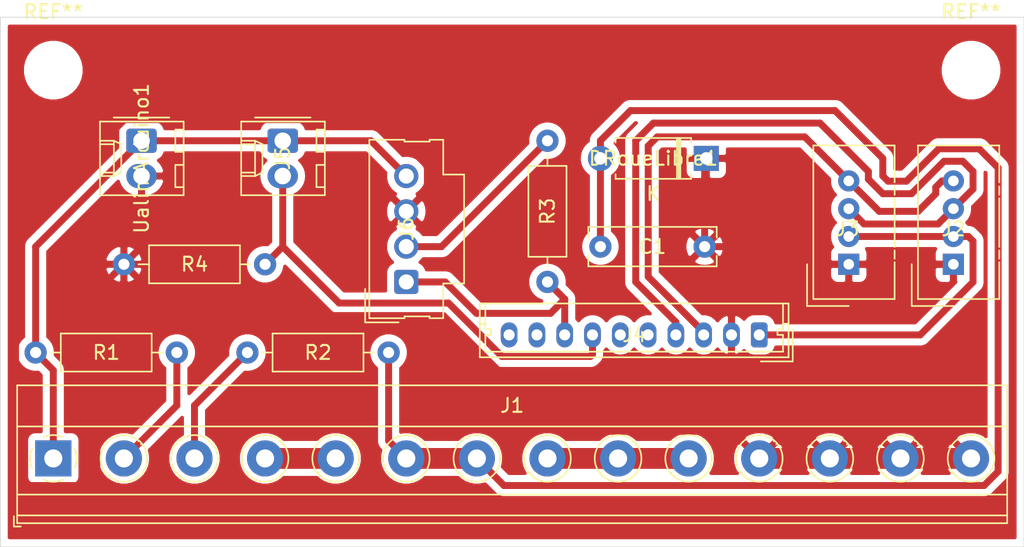
<source format=kicad_pcb>
(kicad_pcb (version 20171130) (host pcbnew "(5.1.10)-1")

  (general
    (thickness 1.6)
    (drawings 4)
    (tracks 118)
    (zones 0)
    (modules 15)
    (nets 18)
  )

  (page A4)
  (layers
    (0 F.Cu signal)
    (31 B.Cu signal hide)
    (32 B.Adhes user hide)
    (33 F.Adhes user hide)
    (34 B.Paste user hide)
    (35 F.Paste user hide)
    (36 B.SilkS user hide)
    (37 F.SilkS user)
    (38 B.Mask user hide)
    (39 F.Mask user hide)
    (40 Dwgs.User user hide)
    (41 Cmts.User user hide)
    (42 Eco1.User user hide)
    (43 Eco2.User user hide)
    (44 Edge.Cuts user)
    (45 Margin user hide)
    (46 B.CrtYd user hide)
    (47 F.CrtYd user hide)
    (48 B.Fab user hide)
    (49 F.Fab user hide)
  )

  (setup
    (last_trace_width 0.5)
    (trace_clearance 0.4)
    (zone_clearance 0.508)
    (zone_45_only no)
    (trace_min 0.2)
    (via_size 0.4)
    (via_drill 0.3)
    (via_min_size 0.4)
    (via_min_drill 0.3)
    (uvia_size 0.3)
    (uvia_drill 0.1)
    (uvias_allowed no)
    (uvia_min_size 0.2)
    (uvia_min_drill 0.1)
    (edge_width 0.05)
    (segment_width 0.2)
    (pcb_text_width 0.3)
    (pcb_text_size 1.5 1.5)
    (mod_edge_width 0.12)
    (mod_text_size 1 1)
    (mod_text_width 0.15)
    (pad_size 1.524 1.524)
    (pad_drill 0.762)
    (pad_to_mask_clearance 0)
    (aux_axis_origin 82.55 133.35)
    (grid_origin 82.55 133.35)
    (visible_elements 7FFFFFFF)
    (pcbplotparams
      (layerselection 0x00020_7ffffffe)
      (usegerberextensions true)
      (usegerberattributes true)
      (usegerberadvancedattributes true)
      (creategerberjobfile true)
      (excludeedgelayer true)
      (linewidth 0.100000)
      (plotframeref false)
      (viasonmask false)
      (mode 1)
      (useauxorigin false)
      (hpglpennumber 1)
      (hpglpenspeed 20)
      (hpglpendiameter 15.000000)
      (psnegative false)
      (psa4output false)
      (plotreference true)
      (plotvalue true)
      (plotinvisibletext false)
      (padsonsilk false)
      (subtractmaskfromsilk false)
      (outputformat 4)
      (mirror false)
      (drillshape 0)
      (scaleselection 1)
      (outputdirectory "pdf"))
  )

  (net 0 "")
  (net 1 SwitchOut2)
  (net 2 CatLedIn)
  (net 3 CatLedOut)
  (net 4 AnoLedIn)
  (net 5 SwitchIn1)
  (net 6 SCL)
  (net 7 SDA)
  (net 8 Vdd)
  (net 9 "Net-(J4-Pad10)")
  (net 10 "Net-(J4-Pad9)")
  (net 11 A1)
  (net 12 A0)
  (net 13 "Net-(J4-Pad6)")
  (net 14 "Net-(J4-Pad5)")
  (net 15 "Net-(J6-Pad2)")
  (net 16 Fusible2)
  (net 17 Fusible1)

  (net_class Default "This is the default net class."
    (clearance 0.4)
    (trace_width 0.5)
    (via_dia 0.4)
    (via_drill 0.3)
    (uvia_dia 0.3)
    (uvia_drill 0.1)
    (add_net A0)
    (add_net A1)
    (add_net AnoLedIn)
    (add_net CatLedIn)
    (add_net CatLedOut)
    (add_net Fusible1)
    (add_net Fusible2)
    (add_net "Net-(J4-Pad10)")
    (add_net "Net-(J4-Pad5)")
    (add_net "Net-(J4-Pad6)")
    (add_net "Net-(J4-Pad9)")
    (add_net "Net-(J6-Pad2)")
    (add_net SCL)
    (add_net SDA)
    (add_net SwitchIn1)
    (add_net SwitchOut2)
    (add_net Vdd)
  )

  (module MountingHole:MountingHole_3.2mm_M3 (layer F.Cu) (tedit 56D1B4CB) (tstamp 60E815D5)
    (at 163.83 46.99)
    (descr "Mounting Hole 3.2mm, no annular, M3")
    (tags "mounting hole 3.2mm no annular m3")
    (attr virtual)
    (fp_text reference REF** (at 0 -4.2) (layer F.SilkS)
      (effects (font (size 1 1) (thickness 0.15)))
    )
    (fp_text value MountingHole_3.2mm_M3 (at 0 4.2) (layer F.Fab)
      (effects (font (size 1 1) (thickness 0.15)))
    )
    (fp_circle (center 0 0) (end 3.2 0) (layer Cmts.User) (width 0.15))
    (fp_circle (center 0 0) (end 3.45 0) (layer F.CrtYd) (width 0.05))
    (fp_text user %R (at 0.3 0) (layer F.Fab)
      (effects (font (size 1 1) (thickness 0.15)))
    )
    (pad 1 np_thru_hole circle (at 0 0) (size 3.2 3.2) (drill 3.2) (layers *.Cu *.Mask))
  )

  (module MountingHole:MountingHole_3.2mm_M3 (layer F.Cu) (tedit 56D1B4CB) (tstamp 60E815D5)
    (at 97.79 46.99)
    (descr "Mounting Hole 3.2mm, no annular, M3")
    (tags "mounting hole 3.2mm no annular m3")
    (attr virtual)
    (fp_text reference REF** (at 0 -4.2) (layer F.SilkS)
      (effects (font (size 1 1) (thickness 0.15)))
    )
    (fp_text value MountingHole_3.2mm_M3 (at 0 4.2) (layer F.Fab)
      (effects (font (size 1 1) (thickness 0.15)))
    )
    (fp_circle (center 0 0) (end 3.2 0) (layer Cmts.User) (width 0.15))
    (fp_circle (center 0 0) (end 3.45 0) (layer F.CrtYd) (width 0.05))
    (fp_text user %R (at 0.3 0) (layer F.Fab)
      (effects (font (size 1 1) (thickness 0.15)))
    )
    (pad 1 np_thru_hole circle (at 0 0) (size 3.2 3.2) (drill 3.2) (layers *.Cu *.Mask))
  )

  (module TerminalBlock_Phoenix:TerminalBlock_Phoenix_MKDS-1,5-14-5.08_1x14_P5.08mm_Horizontal (layer F.Cu) (tedit 5B294ED7) (tstamp 60E7039D)
    (at 97.79 74.93)
    (descr "Terminal Block Phoenix MKDS-1,5-14-5.08, 14 pins, pitch 5.08mm, size 71.1x9.8mm^2, drill diamater 1.3mm, pad diameter 2.6mm, see http://www.farnell.com/datasheets/100425.pdf, script-generated using https://github.com/pointhi/kicad-footprint-generator/scripts/TerminalBlock_Phoenix")
    (tags "THT Terminal Block Phoenix MKDS-1,5-14-5.08 pitch 5.08mm size 71.1x9.8mm^2 drill 1.3mm pad 2.6mm")
    (path /60E6D455)
    (fp_text reference J1 (at 33.02 -3.81) (layer F.SilkS)
      (effects (font (size 1 1) (thickness 0.15)))
    )
    (fp_text value Screw_Terminal_01x14 (at 33.02 5.66) (layer F.Fab)
      (effects (font (size 1 1) (thickness 0.15)))
    )
    (fp_circle (center 0 0) (end 1.5 0) (layer F.Fab) (width 0.1))
    (fp_circle (center 5.08 0) (end 6.58 0) (layer F.Fab) (width 0.1))
    (fp_circle (center 5.08 0) (end 6.76 0) (layer F.SilkS) (width 0.12))
    (fp_circle (center 10.16 0) (end 11.66 0) (layer F.Fab) (width 0.1))
    (fp_circle (center 10.16 0) (end 11.84 0) (layer F.SilkS) (width 0.12))
    (fp_circle (center 15.24 0) (end 16.74 0) (layer F.Fab) (width 0.1))
    (fp_circle (center 15.24 0) (end 16.92 0) (layer F.SilkS) (width 0.12))
    (fp_circle (center 20.32 0) (end 21.82 0) (layer F.Fab) (width 0.1))
    (fp_circle (center 20.32 0) (end 22 0) (layer F.SilkS) (width 0.12))
    (fp_circle (center 25.4 0) (end 26.9 0) (layer F.Fab) (width 0.1))
    (fp_circle (center 25.4 0) (end 27.08 0) (layer F.SilkS) (width 0.12))
    (fp_circle (center 30.48 0) (end 31.98 0) (layer F.Fab) (width 0.1))
    (fp_circle (center 30.48 0) (end 32.16 0) (layer F.SilkS) (width 0.12))
    (fp_circle (center 35.56 0) (end 37.06 0) (layer F.Fab) (width 0.1))
    (fp_circle (center 35.56 0) (end 37.24 0) (layer F.SilkS) (width 0.12))
    (fp_circle (center 40.64 0) (end 42.14 0) (layer F.Fab) (width 0.1))
    (fp_circle (center 40.64 0) (end 42.32 0) (layer F.SilkS) (width 0.12))
    (fp_circle (center 45.72 0) (end 47.22 0) (layer F.Fab) (width 0.1))
    (fp_circle (center 45.72 0) (end 47.4 0) (layer F.SilkS) (width 0.12))
    (fp_circle (center 50.8 0) (end 52.3 0) (layer F.Fab) (width 0.1))
    (fp_circle (center 50.8 0) (end 52.48 0) (layer F.SilkS) (width 0.12))
    (fp_circle (center 55.88 0) (end 57.38 0) (layer F.Fab) (width 0.1))
    (fp_circle (center 55.88 0) (end 57.56 0) (layer F.SilkS) (width 0.12))
    (fp_circle (center 60.96 0) (end 62.46 0) (layer F.Fab) (width 0.1))
    (fp_circle (center 60.96 0) (end 62.64 0) (layer F.SilkS) (width 0.12))
    (fp_circle (center 66.04 0) (end 67.54 0) (layer F.Fab) (width 0.1))
    (fp_circle (center 66.04 0) (end 67.72 0) (layer F.SilkS) (width 0.12))
    (fp_line (start -2.54 -5.2) (end 68.58 -5.2) (layer F.Fab) (width 0.1))
    (fp_line (start 68.58 -5.2) (end 68.58 4.6) (layer F.Fab) (width 0.1))
    (fp_line (start 68.58 4.6) (end -2.04 4.6) (layer F.Fab) (width 0.1))
    (fp_line (start -2.04 4.6) (end -2.54 4.1) (layer F.Fab) (width 0.1))
    (fp_line (start -2.54 4.1) (end -2.54 -5.2) (layer F.Fab) (width 0.1))
    (fp_line (start -2.54 4.1) (end 68.58 4.1) (layer F.Fab) (width 0.1))
    (fp_line (start -2.6 4.1) (end 68.641 4.1) (layer F.SilkS) (width 0.12))
    (fp_line (start -2.54 2.6) (end 68.58 2.6) (layer F.Fab) (width 0.1))
    (fp_line (start -2.6 2.6) (end 68.641 2.6) (layer F.SilkS) (width 0.12))
    (fp_line (start -2.54 -2.3) (end 68.58 -2.3) (layer F.Fab) (width 0.1))
    (fp_line (start -2.6 -2.301) (end 68.641 -2.301) (layer F.SilkS) (width 0.12))
    (fp_line (start -2.6 -5.261) (end 68.641 -5.261) (layer F.SilkS) (width 0.12))
    (fp_line (start -2.6 4.66) (end 68.641 4.66) (layer F.SilkS) (width 0.12))
    (fp_line (start -2.6 -5.261) (end -2.6 4.66) (layer F.SilkS) (width 0.12))
    (fp_line (start 68.641 -5.261) (end 68.641 4.66) (layer F.SilkS) (width 0.12))
    (fp_line (start 1.138 -0.955) (end -0.955 1.138) (layer F.Fab) (width 0.1))
    (fp_line (start 0.955 -1.138) (end -1.138 0.955) (layer F.Fab) (width 0.1))
    (fp_line (start 6.218 -0.955) (end 4.126 1.138) (layer F.Fab) (width 0.1))
    (fp_line (start 6.035 -1.138) (end 3.943 0.955) (layer F.Fab) (width 0.1))
    (fp_line (start 6.355 -1.069) (end 6.308 -1.023) (layer F.SilkS) (width 0.12))
    (fp_line (start 4.046 1.239) (end 4.011 1.274) (layer F.SilkS) (width 0.12))
    (fp_line (start 6.15 -1.275) (end 6.115 -1.239) (layer F.SilkS) (width 0.12))
    (fp_line (start 3.853 1.023) (end 3.806 1.069) (layer F.SilkS) (width 0.12))
    (fp_line (start 11.298 -0.955) (end 9.206 1.138) (layer F.Fab) (width 0.1))
    (fp_line (start 11.115 -1.138) (end 9.023 0.955) (layer F.Fab) (width 0.1))
    (fp_line (start 11.435 -1.069) (end 11.388 -1.023) (layer F.SilkS) (width 0.12))
    (fp_line (start 9.126 1.239) (end 9.091 1.274) (layer F.SilkS) (width 0.12))
    (fp_line (start 11.23 -1.275) (end 11.195 -1.239) (layer F.SilkS) (width 0.12))
    (fp_line (start 8.933 1.023) (end 8.886 1.069) (layer F.SilkS) (width 0.12))
    (fp_line (start 16.378 -0.955) (end 14.286 1.138) (layer F.Fab) (width 0.1))
    (fp_line (start 16.195 -1.138) (end 14.103 0.955) (layer F.Fab) (width 0.1))
    (fp_line (start 16.515 -1.069) (end 16.468 -1.023) (layer F.SilkS) (width 0.12))
    (fp_line (start 14.206 1.239) (end 14.171 1.274) (layer F.SilkS) (width 0.12))
    (fp_line (start 16.31 -1.275) (end 16.275 -1.239) (layer F.SilkS) (width 0.12))
    (fp_line (start 14.013 1.023) (end 13.966 1.069) (layer F.SilkS) (width 0.12))
    (fp_line (start 21.458 -0.955) (end 19.366 1.138) (layer F.Fab) (width 0.1))
    (fp_line (start 21.275 -1.138) (end 19.183 0.955) (layer F.Fab) (width 0.1))
    (fp_line (start 21.595 -1.069) (end 21.548 -1.023) (layer F.SilkS) (width 0.12))
    (fp_line (start 19.286 1.239) (end 19.251 1.274) (layer F.SilkS) (width 0.12))
    (fp_line (start 21.39 -1.275) (end 21.355 -1.239) (layer F.SilkS) (width 0.12))
    (fp_line (start 19.093 1.023) (end 19.046 1.069) (layer F.SilkS) (width 0.12))
    (fp_line (start 26.538 -0.955) (end 24.446 1.138) (layer F.Fab) (width 0.1))
    (fp_line (start 26.355 -1.138) (end 24.263 0.955) (layer F.Fab) (width 0.1))
    (fp_line (start 26.675 -1.069) (end 26.628 -1.023) (layer F.SilkS) (width 0.12))
    (fp_line (start 24.366 1.239) (end 24.331 1.274) (layer F.SilkS) (width 0.12))
    (fp_line (start 26.47 -1.275) (end 26.435 -1.239) (layer F.SilkS) (width 0.12))
    (fp_line (start 24.173 1.023) (end 24.126 1.069) (layer F.SilkS) (width 0.12))
    (fp_line (start 31.618 -0.955) (end 29.526 1.138) (layer F.Fab) (width 0.1))
    (fp_line (start 31.435 -1.138) (end 29.343 0.955) (layer F.Fab) (width 0.1))
    (fp_line (start 31.755 -1.069) (end 31.708 -1.023) (layer F.SilkS) (width 0.12))
    (fp_line (start 29.446 1.239) (end 29.411 1.274) (layer F.SilkS) (width 0.12))
    (fp_line (start 31.55 -1.275) (end 31.515 -1.239) (layer F.SilkS) (width 0.12))
    (fp_line (start 29.253 1.023) (end 29.206 1.069) (layer F.SilkS) (width 0.12))
    (fp_line (start 36.698 -0.955) (end 34.606 1.138) (layer F.Fab) (width 0.1))
    (fp_line (start 36.515 -1.138) (end 34.423 0.955) (layer F.Fab) (width 0.1))
    (fp_line (start 36.835 -1.069) (end 36.788 -1.023) (layer F.SilkS) (width 0.12))
    (fp_line (start 34.526 1.239) (end 34.491 1.274) (layer F.SilkS) (width 0.12))
    (fp_line (start 36.63 -1.275) (end 36.595 -1.239) (layer F.SilkS) (width 0.12))
    (fp_line (start 34.333 1.023) (end 34.286 1.069) (layer F.SilkS) (width 0.12))
    (fp_line (start 41.778 -0.955) (end 39.686 1.138) (layer F.Fab) (width 0.1))
    (fp_line (start 41.595 -1.138) (end 39.503 0.955) (layer F.Fab) (width 0.1))
    (fp_line (start 41.915 -1.069) (end 41.868 -1.023) (layer F.SilkS) (width 0.12))
    (fp_line (start 39.606 1.239) (end 39.571 1.274) (layer F.SilkS) (width 0.12))
    (fp_line (start 41.71 -1.275) (end 41.675 -1.239) (layer F.SilkS) (width 0.12))
    (fp_line (start 39.413 1.023) (end 39.366 1.069) (layer F.SilkS) (width 0.12))
    (fp_line (start 46.858 -0.955) (end 44.766 1.138) (layer F.Fab) (width 0.1))
    (fp_line (start 46.675 -1.138) (end 44.583 0.955) (layer F.Fab) (width 0.1))
    (fp_line (start 46.995 -1.069) (end 46.948 -1.023) (layer F.SilkS) (width 0.12))
    (fp_line (start 44.686 1.239) (end 44.651 1.274) (layer F.SilkS) (width 0.12))
    (fp_line (start 46.79 -1.275) (end 46.755 -1.239) (layer F.SilkS) (width 0.12))
    (fp_line (start 44.493 1.023) (end 44.446 1.069) (layer F.SilkS) (width 0.12))
    (fp_line (start 51.938 -0.955) (end 49.846 1.138) (layer F.Fab) (width 0.1))
    (fp_line (start 51.755 -1.138) (end 49.663 0.955) (layer F.Fab) (width 0.1))
    (fp_line (start 52.075 -1.069) (end 52.028 -1.023) (layer F.SilkS) (width 0.12))
    (fp_line (start 49.766 1.239) (end 49.731 1.274) (layer F.SilkS) (width 0.12))
    (fp_line (start 51.87 -1.275) (end 51.835 -1.239) (layer F.SilkS) (width 0.12))
    (fp_line (start 49.573 1.023) (end 49.526 1.069) (layer F.SilkS) (width 0.12))
    (fp_line (start 57.018 -0.955) (end 54.926 1.138) (layer F.Fab) (width 0.1))
    (fp_line (start 56.835 -1.138) (end 54.743 0.955) (layer F.Fab) (width 0.1))
    (fp_line (start 57.155 -1.069) (end 57.108 -1.023) (layer F.SilkS) (width 0.12))
    (fp_line (start 54.846 1.239) (end 54.811 1.274) (layer F.SilkS) (width 0.12))
    (fp_line (start 56.95 -1.275) (end 56.915 -1.239) (layer F.SilkS) (width 0.12))
    (fp_line (start 54.653 1.023) (end 54.606 1.069) (layer F.SilkS) (width 0.12))
    (fp_line (start 62.098 -0.955) (end 60.006 1.138) (layer F.Fab) (width 0.1))
    (fp_line (start 61.915 -1.138) (end 59.823 0.955) (layer F.Fab) (width 0.1))
    (fp_line (start 62.235 -1.069) (end 62.188 -1.023) (layer F.SilkS) (width 0.12))
    (fp_line (start 59.926 1.239) (end 59.891 1.274) (layer F.SilkS) (width 0.12))
    (fp_line (start 62.03 -1.275) (end 61.995 -1.239) (layer F.SilkS) (width 0.12))
    (fp_line (start 59.733 1.023) (end 59.686 1.069) (layer F.SilkS) (width 0.12))
    (fp_line (start 67.178 -0.955) (end 65.086 1.138) (layer F.Fab) (width 0.1))
    (fp_line (start 66.995 -1.138) (end 64.903 0.955) (layer F.Fab) (width 0.1))
    (fp_line (start 67.315 -1.069) (end 67.268 -1.023) (layer F.SilkS) (width 0.12))
    (fp_line (start 65.006 1.239) (end 64.971 1.274) (layer F.SilkS) (width 0.12))
    (fp_line (start 67.11 -1.275) (end 67.075 -1.239) (layer F.SilkS) (width 0.12))
    (fp_line (start 64.813 1.023) (end 64.766 1.069) (layer F.SilkS) (width 0.12))
    (fp_line (start -2.84 4.16) (end -2.84 4.9) (layer F.SilkS) (width 0.12))
    (fp_line (start -2.84 4.9) (end -2.34 4.9) (layer F.SilkS) (width 0.12))
    (fp_line (start -3.04 -5.71) (end -3.04 5.1) (layer F.CrtYd) (width 0.05))
    (fp_line (start -3.04 5.1) (end 69.08 5.1) (layer F.CrtYd) (width 0.05))
    (fp_line (start 69.08 5.1) (end 69.08 -5.71) (layer F.CrtYd) (width 0.05))
    (fp_line (start 69.08 -5.71) (end -3.04 -5.71) (layer F.CrtYd) (width 0.05))
    (fp_text user %R (at 33.02 3.2) (layer F.Fab)
      (effects (font (size 1 1) (thickness 0.15)))
    )
    (fp_arc (start 0 0) (end -0.684 1.535) (angle -25) (layer F.SilkS) (width 0.12))
    (fp_arc (start 0 0) (end -1.535 -0.684) (angle -48) (layer F.SilkS) (width 0.12))
    (fp_arc (start 0 0) (end 0.684 -1.535) (angle -48) (layer F.SilkS) (width 0.12))
    (fp_arc (start 0 0) (end 1.535 0.684) (angle -48) (layer F.SilkS) (width 0.12))
    (fp_arc (start 0 0) (end 0 1.68) (angle -24) (layer F.SilkS) (width 0.12))
    (pad 14 thru_hole circle (at 66.04 0) (size 2.6 2.6) (drill 1.3) (layers *.Cu *.Mask)
      (net 4 AnoLedIn))
    (pad 13 thru_hole circle (at 60.96 0) (size 2.6 2.6) (drill 1.3) (layers *.Cu *.Mask)
      (net 4 AnoLedIn))
    (pad 12 thru_hole circle (at 55.88 0) (size 2.6 2.6) (drill 1.3) (layers *.Cu *.Mask)
      (net 4 AnoLedIn))
    (pad 11 thru_hole circle (at 50.8 0) (size 2.6 2.6) (drill 1.3) (layers *.Cu *.Mask)
      (net 4 AnoLedIn))
    (pad 10 thru_hole circle (at 45.72 0) (size 2.6 2.6) (drill 1.3) (layers *.Cu *.Mask)
      (net 5 SwitchIn1))
    (pad 9 thru_hole circle (at 40.64 0) (size 2.6 2.6) (drill 1.3) (layers *.Cu *.Mask)
      (net 5 SwitchIn1))
    (pad 8 thru_hole circle (at 35.56 0) (size 2.6 2.6) (drill 1.3) (layers *.Cu *.Mask)
      (net 5 SwitchIn1))
    (pad 7 thru_hole circle (at 30.48 0) (size 2.6 2.6) (drill 1.3) (layers *.Cu *.Mask)
      (net 1 SwitchOut2))
    (pad 6 thru_hole circle (at 25.4 0) (size 2.6 2.6) (drill 1.3) (layers *.Cu *.Mask)
      (net 1 SwitchOut2))
    (pad 5 thru_hole circle (at 20.32 0) (size 2.6 2.6) (drill 1.3) (layers *.Cu *.Mask)
      (net 16 Fusible2))
    (pad 4 thru_hole circle (at 15.24 0) (size 2.6 2.6) (drill 1.3) (layers *.Cu *.Mask)
      (net 16 Fusible2))
    (pad 3 thru_hole circle (at 10.16 0) (size 2.6 2.6) (drill 1.3) (layers *.Cu *.Mask)
      (net 3 CatLedOut))
    (pad 2 thru_hole circle (at 5.08 0) (size 2.6 2.6) (drill 1.3) (layers *.Cu *.Mask)
      (net 2 CatLedIn))
    (pad 1 thru_hole rect (at 0 0) (size 2.6 2.6) (drill 1.3) (layers *.Cu *.Mask)
      (net 17 Fusible1))
    (model ${KISYS3DMOD}/TerminalBlock_Phoenix.3dshapes/TerminalBlock_Phoenix_MKDS-1,5-14-5.08_1x14_P5.08mm_Horizontal.wrl
      (at (xyz 0 0 0))
      (scale (xyz 1 1 1))
      (rotate (xyz 0 0 0))
    )
  )

  (module Connector_Molex:Molex_SL_171971-0004_1x04_P2.54mm_Vertical (layer F.Cu) (tedit 5DA36613) (tstamp 60E756A8)
    (at 123.19 62.23 90)
    (descr "Molex Stackable Linear Connector, 171971-0004 (compatible alternatives: 171971-0104, 171971-0204), 4 Pins per row (https://www.molex.com/pdm_docs/sd/1719710002_sd.pdf), generated with kicad-footprint-generator")
    (tags "connector Molex SL vertical")
    (path /60EBE65B)
    (fp_text reference J6 (at 3.81 0 90) (layer F.SilkS)
      (effects (font (size 1 1) (thickness 0.15)))
    )
    (fp_text value 4P4C (at 3.81 5.25 90) (layer F.Fab)
      (effects (font (size 1 1) (thickness 0.15)))
    )
    (fp_line (start -2.5 -2.55) (end -2.5 -0.24) (layer F.Fab) (width 0.1))
    (fp_line (start -2.5 -0.24) (end -2.37 -0.24) (layer F.Fab) (width 0.1))
    (fp_line (start -2.37 -0.24) (end -2.37 1.79) (layer F.Fab) (width 0.1))
    (fp_line (start -2.37 1.79) (end -2.5 1.79) (layer F.Fab) (width 0.1))
    (fp_line (start -2.5 1.79) (end -2.5 2.55) (layer F.Fab) (width 0.1))
    (fp_line (start -2.5 2.55) (end 10.12 2.55) (layer F.Fab) (width 0.1))
    (fp_line (start 10.12 2.55) (end 10.12 1.79) (layer F.Fab) (width 0.1))
    (fp_line (start 10.12 1.79) (end 9.99 1.79) (layer F.Fab) (width 0.1))
    (fp_line (start 9.99 1.79) (end 9.99 -0.24) (layer F.Fab) (width 0.1))
    (fp_line (start 9.99 -0.24) (end 10.12 -0.24) (layer F.Fab) (width 0.1))
    (fp_line (start 10.12 -0.24) (end 10.12 -2.55) (layer F.Fab) (width 0.1))
    (fp_line (start 10.12 -2.55) (end -2.5 -2.55) (layer F.Fab) (width 0.1))
    (fp_line (start 0 2.55) (end 0 4.05) (layer F.Fab) (width 0.1))
    (fp_line (start 0 4.05) (end 7.62 4.05) (layer F.Fab) (width 0.1))
    (fp_line (start 7.62 4.05) (end 7.62 2.55) (layer F.Fab) (width 0.1))
    (fp_line (start -2.61 -2.66) (end -2.61 -0.13) (layer F.SilkS) (width 0.12))
    (fp_line (start -2.61 -0.13) (end -2.48 -0.13) (layer F.SilkS) (width 0.12))
    (fp_line (start -2.48 -0.13) (end -2.48 1.68) (layer F.SilkS) (width 0.12))
    (fp_line (start -2.48 1.68) (end -2.61 1.68) (layer F.SilkS) (width 0.12))
    (fp_line (start -2.61 1.68) (end -2.61 2.66) (layer F.SilkS) (width 0.12))
    (fp_line (start -2.61 2.66) (end -0.11 2.66) (layer F.SilkS) (width 0.12))
    (fp_line (start -0.11 2.66) (end -0.11 4.16) (layer F.SilkS) (width 0.12))
    (fp_line (start -0.11 4.16) (end 7.73 4.16) (layer F.SilkS) (width 0.12))
    (fp_line (start 7.73 4.16) (end 7.73 2.66) (layer F.SilkS) (width 0.12))
    (fp_line (start 7.73 2.66) (end 10.23 2.66) (layer F.SilkS) (width 0.12))
    (fp_line (start 10.23 2.66) (end 10.23 1.68) (layer F.SilkS) (width 0.12))
    (fp_line (start 10.23 1.68) (end 10.1 1.68) (layer F.SilkS) (width 0.12))
    (fp_line (start 10.1 1.68) (end 10.1 -0.13) (layer F.SilkS) (width 0.12))
    (fp_line (start 10.1 -0.13) (end 10.23 -0.13) (layer F.SilkS) (width 0.12))
    (fp_line (start 10.23 -0.13) (end 10.23 -2.66) (layer F.SilkS) (width 0.12))
    (fp_line (start 10.23 -2.66) (end -2.61 -2.66) (layer F.SilkS) (width 0.12))
    (fp_line (start -2.91 -0.55) (end -2.91 -2.96) (layer F.SilkS) (width 0.12))
    (fp_line (start -2.91 -2.96) (end -0.5 -2.96) (layer F.SilkS) (width 0.12))
    (fp_line (start 0.5 -2.55) (end 0 -1.842893) (layer F.Fab) (width 0.1))
    (fp_line (start 0 -1.842893) (end -0.5 -2.55) (layer F.Fab) (width 0.1))
    (fp_line (start -3 -3.05) (end -3 4.55) (layer F.CrtYd) (width 0.05))
    (fp_line (start -3 4.55) (end 10.62 4.55) (layer F.CrtYd) (width 0.05))
    (fp_line (start 10.62 4.55) (end 10.62 -3.05) (layer F.CrtYd) (width 0.05))
    (fp_line (start 10.62 -3.05) (end -3 -3.05) (layer F.CrtYd) (width 0.05))
    (fp_text user %R (at 3.81 1.85 90) (layer F.Fab)
      (effects (font (size 1 1) (thickness 0.15)))
    )
    (pad 4 thru_hole circle (at 7.62 0 90) (size 1.74 1.74) (drill 1.09) (layers *.Cu *.Mask)
      (net 17 Fusible1))
    (pad 3 thru_hole circle (at 5.08 0 90) (size 1.74 1.74) (drill 1.09) (layers *.Cu *.Mask)
      (net 4 AnoLedIn))
    (pad 2 thru_hole circle (at 2.54 0 90) (size 1.74 1.74) (drill 1.09) (layers *.Cu *.Mask)
      (net 15 "Net-(J6-Pad2)"))
    (pad 1 thru_hole roundrect (at 0 0 90) (size 1.74 1.74) (drill 1.09) (layers *.Cu *.Mask) (roundrect_rratio 0.1436775862068966)
      (net 11 A1))
    (model ${KISYS3DMOD}/Connector_Molex.3dshapes/Molex_SL_171971-0004_1x04_P2.54mm_Vertical.wrl
      (at (xyz 0 0 0))
      (scale (xyz 1 1 1))
      (rotate (xyz 0 0 0))
    )
  )

  (module Resistor_THT:R_Axial_DIN0207_L6.3mm_D2.5mm_P10.16mm_Horizontal (layer F.Cu) (tedit 5AE5139B) (tstamp 60E7572E)
    (at 113.03 60.96 180)
    (descr "Resistor, Axial_DIN0207 series, Axial, Horizontal, pin pitch=10.16mm, 0.25W = 1/4W, length*diameter=6.3*2.5mm^2, http://cdn-reichelt.de/documents/datenblatt/B400/1_4W%23YAG.pdf")
    (tags "Resistor Axial_DIN0207 series Axial Horizontal pin pitch 10.16mm 0.25W = 1/4W length 6.3mm diameter 2.5mm")
    (path /60EC1C19)
    (fp_text reference R4 (at 5.08 0) (layer F.SilkS)
      (effects (font (size 1 1) (thickness 0.15)))
    )
    (fp_text value 100 (at 5.08 2.37) (layer F.Fab)
      (effects (font (size 1 1) (thickness 0.15)))
    )
    (fp_line (start 1.93 -1.25) (end 1.93 1.25) (layer F.Fab) (width 0.1))
    (fp_line (start 1.93 1.25) (end 8.23 1.25) (layer F.Fab) (width 0.1))
    (fp_line (start 8.23 1.25) (end 8.23 -1.25) (layer F.Fab) (width 0.1))
    (fp_line (start 8.23 -1.25) (end 1.93 -1.25) (layer F.Fab) (width 0.1))
    (fp_line (start 0 0) (end 1.93 0) (layer F.Fab) (width 0.1))
    (fp_line (start 10.16 0) (end 8.23 0) (layer F.Fab) (width 0.1))
    (fp_line (start 1.81 -1.37) (end 1.81 1.37) (layer F.SilkS) (width 0.12))
    (fp_line (start 1.81 1.37) (end 8.35 1.37) (layer F.SilkS) (width 0.12))
    (fp_line (start 8.35 1.37) (end 8.35 -1.37) (layer F.SilkS) (width 0.12))
    (fp_line (start 8.35 -1.37) (end 1.81 -1.37) (layer F.SilkS) (width 0.12))
    (fp_line (start 1.04 0) (end 1.81 0) (layer F.SilkS) (width 0.12))
    (fp_line (start 9.12 0) (end 8.35 0) (layer F.SilkS) (width 0.12))
    (fp_line (start -1.05 -1.5) (end -1.05 1.5) (layer F.CrtYd) (width 0.05))
    (fp_line (start -1.05 1.5) (end 11.21 1.5) (layer F.CrtYd) (width 0.05))
    (fp_line (start 11.21 1.5) (end 11.21 -1.5) (layer F.CrtYd) (width 0.05))
    (fp_line (start 11.21 -1.5) (end -1.05 -1.5) (layer F.CrtYd) (width 0.05))
    (fp_text user %R (at 5.08 0) (layer F.Fab)
      (effects (font (size 1 1) (thickness 0.15)))
    )
    (pad 2 thru_hole oval (at 10.16 0 180) (size 1.6 1.6) (drill 0.8) (layers *.Cu *.Mask)
      (net 4 AnoLedIn))
    (pad 1 thru_hole circle (at 0 0 180) (size 1.6 1.6) (drill 0.8) (layers *.Cu *.Mask)
      (net 12 A0))
    (model ${KISYS3DMOD}/Resistor_THT.3dshapes/R_Axial_DIN0207_L6.3mm_D2.5mm_P10.16mm_Horizontal.wrl
      (at (xyz 0 0 0))
      (scale (xyz 1 1 1))
      (rotate (xyz 0 0 0))
    )
  )

  (module Connector_Molex:Molex_KK-254_AE-6410-02A_1x02_P2.54mm_Vertical (layer F.Cu) (tedit 5EA53D3B) (tstamp 60E75678)
    (at 114.3 52.07 270)
    (descr "Molex KK-254 Interconnect System, old/engineering part number: AE-6410-02A example for new part number: 22-27-2021, 2 Pins (http://www.molex.com/pdm_docs/sd/022272021_sd.pdf), generated with kicad-footprint-generator")
    (tags "connector Molex KK-254 vertical")
    (path /60EBF1B5)
    (fp_text reference J5 (at 1.27 0 90) (layer F.SilkS)
      (effects (font (size 1 1) (thickness 0.15)))
    )
    (fp_text value Conn_01x02_Male (at 1.27 4.08 90) (layer F.Fab)
      (effects (font (size 1 1) (thickness 0.15)))
    )
    (fp_line (start -1.27 -2.92) (end -1.27 2.88) (layer F.Fab) (width 0.1))
    (fp_line (start -1.27 2.88) (end 3.81 2.88) (layer F.Fab) (width 0.1))
    (fp_line (start 3.81 2.88) (end 3.81 -2.92) (layer F.Fab) (width 0.1))
    (fp_line (start 3.81 -2.92) (end -1.27 -2.92) (layer F.Fab) (width 0.1))
    (fp_line (start -1.38 -3.03) (end -1.38 2.99) (layer F.SilkS) (width 0.12))
    (fp_line (start -1.38 2.99) (end 3.92 2.99) (layer F.SilkS) (width 0.12))
    (fp_line (start 3.92 2.99) (end 3.92 -3.03) (layer F.SilkS) (width 0.12))
    (fp_line (start 3.92 -3.03) (end -1.38 -3.03) (layer F.SilkS) (width 0.12))
    (fp_line (start -1.67 -2) (end -1.67 2) (layer F.SilkS) (width 0.12))
    (fp_line (start -1.27 -0.5) (end -0.562893 0) (layer F.Fab) (width 0.1))
    (fp_line (start -0.562893 0) (end -1.27 0.5) (layer F.Fab) (width 0.1))
    (fp_line (start 0 2.99) (end 0 1.99) (layer F.SilkS) (width 0.12))
    (fp_line (start 0 1.99) (end 2.54 1.99) (layer F.SilkS) (width 0.12))
    (fp_line (start 2.54 1.99) (end 2.54 2.99) (layer F.SilkS) (width 0.12))
    (fp_line (start 0 1.99) (end 0.25 1.46) (layer F.SilkS) (width 0.12))
    (fp_line (start 0.25 1.46) (end 2.29 1.46) (layer F.SilkS) (width 0.12))
    (fp_line (start 2.29 1.46) (end 2.54 1.99) (layer F.SilkS) (width 0.12))
    (fp_line (start 0.25 2.99) (end 0.25 1.99) (layer F.SilkS) (width 0.12))
    (fp_line (start 2.29 2.99) (end 2.29 1.99) (layer F.SilkS) (width 0.12))
    (fp_line (start -0.8 -3.03) (end -0.8 -2.43) (layer F.SilkS) (width 0.12))
    (fp_line (start -0.8 -2.43) (end 0.8 -2.43) (layer F.SilkS) (width 0.12))
    (fp_line (start 0.8 -2.43) (end 0.8 -3.03) (layer F.SilkS) (width 0.12))
    (fp_line (start 1.74 -3.03) (end 1.74 -2.43) (layer F.SilkS) (width 0.12))
    (fp_line (start 1.74 -2.43) (end 3.34 -2.43) (layer F.SilkS) (width 0.12))
    (fp_line (start 3.34 -2.43) (end 3.34 -3.03) (layer F.SilkS) (width 0.12))
    (fp_line (start -1.77 -3.42) (end -1.77 3.38) (layer F.CrtYd) (width 0.05))
    (fp_line (start -1.77 3.38) (end 4.31 3.38) (layer F.CrtYd) (width 0.05))
    (fp_line (start 4.31 3.38) (end 4.31 -3.42) (layer F.CrtYd) (width 0.05))
    (fp_line (start 4.31 -3.42) (end -1.77 -3.42) (layer F.CrtYd) (width 0.05))
    (fp_text user %R (at 1.27 -2.22 90) (layer F.Fab)
      (effects (font (size 1 1) (thickness 0.15)))
    )
    (pad 2 thru_hole oval (at 2.54 0 270) (size 1.74 2.19) (drill 1.19) (layers *.Cu *.Mask)
      (net 12 A0))
    (pad 1 thru_hole roundrect (at 0 0 270) (size 1.74 2.19) (drill 1.19) (layers *.Cu *.Mask) (roundrect_rratio 0.1436775862068966)
      (net 17 Fusible1))
    (model ${KISYS3DMOD}/Connector_Molex.3dshapes/Molex_KK-254_AE-6410-02A_1x02_P2.54mm_Vertical.wrl
      (at (xyz 0 0 0))
      (scale (xyz 1 1 1))
      (rotate (xyz 0 0 0))
    )
  )

  (module Connector_Molex:Molex_Micro-Latch_53253-1070_1x10_P2.00mm_Vertical (layer F.Cu) (tedit 5B781643) (tstamp 60E74BB1)
    (at 148.59 66.04 180)
    (descr "Molex Micro-Latch Wire-to-Board Connector System, 53253-1070 (compatible alternatives: 53253-1050), 10 Pins per row (http://www.molex.com/pdm_docs/sd/532530770_sd.pdf), generated with kicad-footprint-generator")
    (tags "connector Molex Micro-Latch side entry")
    (path /60E936C7)
    (fp_text reference J4 (at 9 0) (layer F.SilkS)
      (effects (font (size 1 1) (thickness 0.15)))
    )
    (fp_text value Conn_01x10_Male (at 9 3.35) (layer F.Fab)
      (effects (font (size 1 1) (thickness 0.15)))
    )
    (fp_line (start -2 -1.5) (end -2 2.15) (layer F.Fab) (width 0.1))
    (fp_line (start -2 2.15) (end 20 2.15) (layer F.Fab) (width 0.1))
    (fp_line (start 20 2.15) (end 20 -1.5) (layer F.Fab) (width 0.1))
    (fp_line (start 20 -1.5) (end -2 -1.5) (layer F.Fab) (width 0.1))
    (fp_line (start -2.11 -1.61) (end -2.11 2.26) (layer F.SilkS) (width 0.12))
    (fp_line (start -2.11 2.26) (end 20.11 2.26) (layer F.SilkS) (width 0.12))
    (fp_line (start 20.11 2.26) (end 20.11 -1.61) (layer F.SilkS) (width 0.12))
    (fp_line (start 20.11 -1.61) (end -2.11 -1.61) (layer F.SilkS) (width 0.12))
    (fp_line (start -0.11 -1.91) (end -2.41 -1.91) (layer F.SilkS) (width 0.12))
    (fp_line (start -2.41 -1.91) (end -2.41 0.39) (layer F.SilkS) (width 0.12))
    (fp_line (start -0.5 -1.5) (end 0 -0.792893) (layer F.Fab) (width 0.1))
    (fp_line (start 0 -0.792893) (end 0.5 -1.5) (layer F.Fab) (width 0.1))
    (fp_line (start -2.11 0.8) (end -1.71 0.8) (layer F.SilkS) (width 0.12))
    (fp_line (start 20.11 0.8) (end 19.71 0.8) (layer F.SilkS) (width 0.12))
    (fp_line (start 9 -1.21) (end -1.71 -1.21) (layer F.SilkS) (width 0.12))
    (fp_line (start -1.71 -1.21) (end -1.71 0) (layer F.SilkS) (width 0.12))
    (fp_line (start -1.71 0) (end -1.31 0) (layer F.SilkS) (width 0.12))
    (fp_line (start -1.31 0) (end -1.31 0.4) (layer F.SilkS) (width 0.12))
    (fp_line (start -1.31 0.4) (end -1.71 0.4) (layer F.SilkS) (width 0.12))
    (fp_line (start -1.71 0.4) (end -1.71 2.26) (layer F.SilkS) (width 0.12))
    (fp_line (start 9 -1.21) (end 19.71 -1.21) (layer F.SilkS) (width 0.12))
    (fp_line (start 19.71 -1.21) (end 19.71 0) (layer F.SilkS) (width 0.12))
    (fp_line (start 19.71 0) (end 19.31 0) (layer F.SilkS) (width 0.12))
    (fp_line (start 19.31 0) (end 19.31 0.4) (layer F.SilkS) (width 0.12))
    (fp_line (start 19.31 0.4) (end 19.71 0.4) (layer F.SilkS) (width 0.12))
    (fp_line (start 19.71 0.4) (end 19.71 2.26) (layer F.SilkS) (width 0.12))
    (fp_line (start -2.5 -2) (end -2.5 2.65) (layer F.CrtYd) (width 0.05))
    (fp_line (start -2.5 2.65) (end 20.5 2.65) (layer F.CrtYd) (width 0.05))
    (fp_line (start 20.5 2.65) (end 20.5 -2) (layer F.CrtYd) (width 0.05))
    (fp_line (start 20.5 -2) (end -2.5 -2) (layer F.CrtYd) (width 0.05))
    (fp_text user %R (at 9 1.45) (layer F.Fab)
      (effects (font (size 1 1) (thickness 0.15)))
    )
    (pad 10 thru_hole oval (at 18 0 180) (size 1.2 1.8) (drill 0.8) (layers *.Cu *.Mask)
      (net 9 "Net-(J4-Pad10)"))
    (pad 9 thru_hole oval (at 16 0 180) (size 1.2 1.8) (drill 0.8) (layers *.Cu *.Mask)
      (net 10 "Net-(J4-Pad9)"))
    (pad 8 thru_hole oval (at 14 0 180) (size 1.2 1.8) (drill 0.8) (layers *.Cu *.Mask)
      (net 11 A1))
    (pad 7 thru_hole oval (at 12 0 180) (size 1.2 1.8) (drill 0.8) (layers *.Cu *.Mask)
      (net 12 A0))
    (pad 6 thru_hole oval (at 10 0 180) (size 1.2 1.8) (drill 0.8) (layers *.Cu *.Mask)
      (net 13 "Net-(J4-Pad6)"))
    (pad 5 thru_hole oval (at 8 0 180) (size 1.2 1.8) (drill 0.8) (layers *.Cu *.Mask)
      (net 14 "Net-(J4-Pad5)"))
    (pad 4 thru_hole oval (at 6 0 180) (size 1.2 1.8) (drill 0.8) (layers *.Cu *.Mask)
      (net 7 SDA))
    (pad 3 thru_hole oval (at 4 0 180) (size 1.2 1.8) (drill 0.8) (layers *.Cu *.Mask)
      (net 6 SCL))
    (pad 2 thru_hole oval (at 2 0 180) (size 1.2 1.8) (drill 0.8) (layers *.Cu *.Mask)
      (net 4 AnoLedIn))
    (pad 1 thru_hole roundrect (at 0 0 180) (size 1.2 1.8) (drill 0.8) (layers *.Cu *.Mask) (roundrect_rratio 0.2083325)
      (net 8 Vdd))
    (model ${KISYS3DMOD}/Connector_Molex.3dshapes/Molex_Micro-Latch_53253-1070_1x10_P2.00mm_Vertical.wrl
      (at (xyz 0 0 0))
      (scale (xyz 1 1 1))
      (rotate (xyz 0 0 0))
    )
  )

  (module Resistor_THT:R_Axial_DIN0207_L6.3mm_D2.5mm_P10.16mm_Horizontal (layer F.Cu) (tedit 5AE5139B) (tstamp 60E75717)
    (at 133.35 62.23 90)
    (descr "Resistor, Axial_DIN0207 series, Axial, Horizontal, pin pitch=10.16mm, 0.25W = 1/4W, length*diameter=6.3*2.5mm^2, http://cdn-reichelt.de/documents/datenblatt/B400/1_4W%23YAG.pdf")
    (tags "Resistor Axial_DIN0207 series Axial Horizontal pin pitch 10.16mm 0.25W = 1/4W length 6.3mm diameter 2.5mm")
    (path /60EC06F8)
    (fp_text reference R3 (at 5.08 0 90) (layer F.SilkS)
      (effects (font (size 1 1) (thickness 0.15)))
    )
    (fp_text value 220 (at 5.08 2.37 90) (layer F.Fab)
      (effects (font (size 1 1) (thickness 0.15)))
    )
    (fp_line (start 1.93 -1.25) (end 1.93 1.25) (layer F.Fab) (width 0.1))
    (fp_line (start 1.93 1.25) (end 8.23 1.25) (layer F.Fab) (width 0.1))
    (fp_line (start 8.23 1.25) (end 8.23 -1.25) (layer F.Fab) (width 0.1))
    (fp_line (start 8.23 -1.25) (end 1.93 -1.25) (layer F.Fab) (width 0.1))
    (fp_line (start 0 0) (end 1.93 0) (layer F.Fab) (width 0.1))
    (fp_line (start 10.16 0) (end 8.23 0) (layer F.Fab) (width 0.1))
    (fp_line (start 1.81 -1.37) (end 1.81 1.37) (layer F.SilkS) (width 0.12))
    (fp_line (start 1.81 1.37) (end 8.35 1.37) (layer F.SilkS) (width 0.12))
    (fp_line (start 8.35 1.37) (end 8.35 -1.37) (layer F.SilkS) (width 0.12))
    (fp_line (start 8.35 -1.37) (end 1.81 -1.37) (layer F.SilkS) (width 0.12))
    (fp_line (start 1.04 0) (end 1.81 0) (layer F.SilkS) (width 0.12))
    (fp_line (start 9.12 0) (end 8.35 0) (layer F.SilkS) (width 0.12))
    (fp_line (start -1.05 -1.5) (end -1.05 1.5) (layer F.CrtYd) (width 0.05))
    (fp_line (start -1.05 1.5) (end 11.21 1.5) (layer F.CrtYd) (width 0.05))
    (fp_line (start 11.21 1.5) (end 11.21 -1.5) (layer F.CrtYd) (width 0.05))
    (fp_line (start 11.21 -1.5) (end -1.05 -1.5) (layer F.CrtYd) (width 0.05))
    (fp_text user %R (at 5.08 0 90) (layer F.Fab)
      (effects (font (size 1 1) (thickness 0.15)))
    )
    (pad 2 thru_hole oval (at 10.16 0 90) (size 1.6 1.6) (drill 0.8) (layers *.Cu *.Mask)
      (net 15 "Net-(J6-Pad2)"))
    (pad 1 thru_hole circle (at 0 0 90) (size 1.6 1.6) (drill 0.8) (layers *.Cu *.Mask)
      (net 11 A1))
    (model ${KISYS3DMOD}/Resistor_THT.3dshapes/R_Axial_DIN0207_L6.3mm_D2.5mm_P10.16mm_Horizontal.wrl
      (at (xyz 0 0 0))
      (scale (xyz 1 1 1))
      (rotate (xyz 0 0 0))
    )
  )

  (module Connector:NS-Tech_Grove_1x04_P2mm_Vertical (layer F.Cu) (tedit 5A2A5779) (tstamp 60E720F8)
    (at 162.56 60.96 180)
    (descr https://statics3.seeedstudio.com/images/opl/datasheet/3470130P1.pdf)
    (tags Grove-1x04)
    (path /60E96BCA)
    (fp_text reference J2 (at 0 2.54) (layer F.SilkS)
      (effects (font (size 1 1) (thickness 0.15)))
    )
    (fp_text value 4P4C (at 4.19 2.83 90) (layer F.Fab)
      (effects (font (size 1 1) (thickness 0.15)))
    )
    (fp_line (start 0.9 0) (end 2.2 1) (layer F.Fab) (width 0.1))
    (fp_line (start 2.2 -1) (end 0.9 0) (layer F.Fab) (width 0.1))
    (fp_line (start 3 -3) (end 3 0) (layer F.SilkS) (width 0.12))
    (fp_line (start 0 -3) (end 3 -3) (layer F.SilkS) (width 0.12))
    (fp_line (start -3.45 -2.65) (end -3.45 8.7) (layer F.CrtYd) (width 0.05))
    (fp_line (start -3.45 8.7) (end 2.7 8.7) (layer F.CrtYd) (width 0.05))
    (fp_line (start 2.7 8.7) (end 2.7 -2.65) (layer F.CrtYd) (width 0.05))
    (fp_line (start -3.45 -2.65) (end 2.7 -2.65) (layer F.CrtYd) (width 0.05))
    (fp_line (start -3.3 5) (end -3.3 5.6) (layer F.SilkS) (width 0.12))
    (fp_line (start -3.3 0.4) (end -3.3 1) (layer F.SilkS) (width 0.12))
    (fp_line (start 2.55 -2.5) (end 2.55 8.55) (layer F.SilkS) (width 0.12))
    (fp_line (start -3.3 -2.5) (end 2.55 -2.5) (layer F.SilkS) (width 0.12))
    (fp_line (start -3.3 1.25) (end -3.3 4.75) (layer F.SilkS) (width 0.12))
    (fp_line (start -3.3 8.55) (end 2.55 8.55) (layer F.SilkS) (width 0.12))
    (fp_line (start -3.3 -2.5) (end -3.3 0.15) (layer F.SilkS) (width 0.12))
    (fp_line (start -3.3 5.9) (end -3.3 8.55) (layer F.SilkS) (width 0.12))
    (fp_line (start -2.9 -2.1) (end 2.2 -2.1) (layer F.Fab) (width 0.1))
    (fp_line (start 2.2 -2.1) (end 2.2 8.1) (layer F.Fab) (width 0.1))
    (fp_line (start 2.2 8.1) (end -2.9 8.1) (layer F.Fab) (width 0.1))
    (fp_line (start -2.9 8.1) (end -2.9 -2.1) (layer F.Fab) (width 0.1))
    (fp_text user %R (at -2 2 90) (layer F.Fab)
      (effects (font (size 1 1) (thickness 0.15)))
    )
    (pad 4 thru_hole circle (at 0 6 180) (size 1.524 1.524) (drill 0.762) (layers *.Cu *.Mask)
      (net 6 SCL))
    (pad 3 thru_hole circle (at 0 4 180) (size 1.524 1.524) (drill 0.762) (layers *.Cu *.Mask)
      (net 7 SDA))
    (pad 2 thru_hole circle (at 0 2 180) (size 1.524 1.524) (drill 0.762) (layers *.Cu *.Mask)
      (net 8 Vdd))
    (pad 1 thru_hole rect (at 0 0 180) (size 1.524 1.524) (drill 0.762) (layers *.Cu *.Mask)
      (net 4 AnoLedIn))
    (model ${KISYS3DMOD}/Connector.3dshapes/NS-Tech_Grove_1x04_P2mm_Vertical.wrl
      (at (xyz 0 0 0))
      (scale (xyz 0.3937 0.3937 0.3937))
      (rotate (xyz 0 0 -90))
    )
  )

  (module Connector:NS-Tech_Grove_1x04_P2mm_Vertical (layer F.Cu) (tedit 5A2A5779) (tstamp 60E72115)
    (at 155.03 60.96 180)
    (descr https://statics3.seeedstudio.com/images/opl/datasheet/3470130P1.pdf)
    (tags Grove-1x04)
    (path /60E97CCE)
    (fp_text reference J3 (at 0.09 2.54) (layer F.SilkS)
      (effects (font (size 1 1) (thickness 0.15)))
    )
    (fp_text value 4P4C (at 4.19 2.83 90) (layer F.Fab)
      (effects (font (size 1 1) (thickness 0.15)))
    )
    (fp_line (start 0.9 0) (end 2.2 1) (layer F.Fab) (width 0.1))
    (fp_line (start 2.2 -1) (end 0.9 0) (layer F.Fab) (width 0.1))
    (fp_line (start 3 -3) (end 3 0) (layer F.SilkS) (width 0.12))
    (fp_line (start 0 -3) (end 3 -3) (layer F.SilkS) (width 0.12))
    (fp_line (start -3.45 -2.65) (end -3.45 8.7) (layer F.CrtYd) (width 0.05))
    (fp_line (start -3.45 8.7) (end 2.7 8.7) (layer F.CrtYd) (width 0.05))
    (fp_line (start 2.7 8.7) (end 2.7 -2.65) (layer F.CrtYd) (width 0.05))
    (fp_line (start -3.45 -2.65) (end 2.7 -2.65) (layer F.CrtYd) (width 0.05))
    (fp_line (start -3.3 5) (end -3.3 5.6) (layer F.SilkS) (width 0.12))
    (fp_line (start -3.3 0.4) (end -3.3 1) (layer F.SilkS) (width 0.12))
    (fp_line (start 2.55 -2.5) (end 2.55 8.55) (layer F.SilkS) (width 0.12))
    (fp_line (start -3.3 -2.5) (end 2.55 -2.5) (layer F.SilkS) (width 0.12))
    (fp_line (start -3.3 1.25) (end -3.3 4.75) (layer F.SilkS) (width 0.12))
    (fp_line (start -3.3 8.55) (end 2.55 8.55) (layer F.SilkS) (width 0.12))
    (fp_line (start -3.3 -2.5) (end -3.3 0.15) (layer F.SilkS) (width 0.12))
    (fp_line (start -3.3 5.9) (end -3.3 8.55) (layer F.SilkS) (width 0.12))
    (fp_line (start -2.9 -2.1) (end 2.2 -2.1) (layer F.Fab) (width 0.1))
    (fp_line (start 2.2 -2.1) (end 2.2 8.1) (layer F.Fab) (width 0.1))
    (fp_line (start 2.2 8.1) (end -2.9 8.1) (layer F.Fab) (width 0.1))
    (fp_line (start -2.9 8.1) (end -2.9 -2.1) (layer F.Fab) (width 0.1))
    (fp_text user %R (at -2 2 90) (layer F.Fab)
      (effects (font (size 1 1) (thickness 0.15)))
    )
    (pad 4 thru_hole circle (at 0 6 180) (size 1.524 1.524) (drill 0.762) (layers *.Cu *.Mask)
      (net 6 SCL))
    (pad 3 thru_hole circle (at 0 4 180) (size 1.524 1.524) (drill 0.762) (layers *.Cu *.Mask)
      (net 7 SDA))
    (pad 2 thru_hole circle (at 0 2 180) (size 1.524 1.524) (drill 0.762) (layers *.Cu *.Mask)
      (net 8 Vdd))
    (pad 1 thru_hole rect (at 0 0 180) (size 1.524 1.524) (drill 0.762) (layers *.Cu *.Mask)
      (net 4 AnoLedIn))
    (model ${KISYS3DMOD}/Connector.3dshapes/NS-Tech_Grove_1x04_P2mm_Vertical.wrl
      (at (xyz 0 0 0))
      (scale (xyz 0.3937 0.3937 0.3937))
      (rotate (xyz 0 0 -90))
    )
  )

  (module Connector_Molex:Molex_KK-254_AE-6410-02A_1x02_P2.54mm_Vertical (layer F.Cu) (tedit 5EA53D3B) (tstamp 60E703EF)
    (at 104.14 52.07 270)
    (descr "Molex KK-254 Interconnect System, old/engineering part number: AE-6410-02A example for new part number: 22-27-2021, 2 Pins (http://www.molex.com/pdm_docs/sd/022272021_sd.pdf), generated with kicad-footprint-generator")
    (tags "connector Molex KK-254 vertical")
    (path /60E4B8DB)
    (fp_text reference UalimArduino1 (at 1.27 0 90) (layer F.SilkS)
      (effects (font (size 1 1) (thickness 0.15)))
    )
    (fp_text value molex2pin (at 1.27 4.08 90) (layer F.Fab)
      (effects (font (size 1 1) (thickness 0.15)))
    )
    (fp_line (start -1.27 -2.92) (end -1.27 2.88) (layer F.Fab) (width 0.1))
    (fp_line (start -1.27 2.88) (end 3.81 2.88) (layer F.Fab) (width 0.1))
    (fp_line (start 3.81 2.88) (end 3.81 -2.92) (layer F.Fab) (width 0.1))
    (fp_line (start 3.81 -2.92) (end -1.27 -2.92) (layer F.Fab) (width 0.1))
    (fp_line (start -1.38 -3.03) (end -1.38 2.99) (layer F.SilkS) (width 0.12))
    (fp_line (start -1.38 2.99) (end 3.92 2.99) (layer F.SilkS) (width 0.12))
    (fp_line (start 3.92 2.99) (end 3.92 -3.03) (layer F.SilkS) (width 0.12))
    (fp_line (start 3.92 -3.03) (end -1.38 -3.03) (layer F.SilkS) (width 0.12))
    (fp_line (start -1.67 -2) (end -1.67 2) (layer F.SilkS) (width 0.12))
    (fp_line (start -1.27 -0.5) (end -0.562893 0) (layer F.Fab) (width 0.1))
    (fp_line (start -0.562893 0) (end -1.27 0.5) (layer F.Fab) (width 0.1))
    (fp_line (start 0 2.99) (end 0 1.99) (layer F.SilkS) (width 0.12))
    (fp_line (start 0 1.99) (end 2.54 1.99) (layer F.SilkS) (width 0.12))
    (fp_line (start 2.54 1.99) (end 2.54 2.99) (layer F.SilkS) (width 0.12))
    (fp_line (start 0 1.99) (end 0.25 1.46) (layer F.SilkS) (width 0.12))
    (fp_line (start 0.25 1.46) (end 2.29 1.46) (layer F.SilkS) (width 0.12))
    (fp_line (start 2.29 1.46) (end 2.54 1.99) (layer F.SilkS) (width 0.12))
    (fp_line (start 0.25 2.99) (end 0.25 1.99) (layer F.SilkS) (width 0.12))
    (fp_line (start 2.29 2.99) (end 2.29 1.99) (layer F.SilkS) (width 0.12))
    (fp_line (start -0.8 -3.03) (end -0.8 -2.43) (layer F.SilkS) (width 0.12))
    (fp_line (start -0.8 -2.43) (end 0.8 -2.43) (layer F.SilkS) (width 0.12))
    (fp_line (start 0.8 -2.43) (end 0.8 -3.03) (layer F.SilkS) (width 0.12))
    (fp_line (start 1.74 -3.03) (end 1.74 -2.43) (layer F.SilkS) (width 0.12))
    (fp_line (start 1.74 -2.43) (end 3.34 -2.43) (layer F.SilkS) (width 0.12))
    (fp_line (start 3.34 -2.43) (end 3.34 -3.03) (layer F.SilkS) (width 0.12))
    (fp_line (start -1.77 -3.42) (end -1.77 3.38) (layer F.CrtYd) (width 0.05))
    (fp_line (start -1.77 3.38) (end 4.31 3.38) (layer F.CrtYd) (width 0.05))
    (fp_line (start 4.31 3.38) (end 4.31 -3.42) (layer F.CrtYd) (width 0.05))
    (fp_line (start 4.31 -3.42) (end -1.77 -3.42) (layer F.CrtYd) (width 0.05))
    (fp_text user %R (at 1.27 -2.22 90) (layer F.Fab)
      (effects (font (size 1 1) (thickness 0.15)))
    )
    (pad 2 thru_hole oval (at 2.54 0 270) (size 1.74 2.19) (drill 1.19) (layers *.Cu *.Mask)
      (net 4 AnoLedIn))
    (pad 1 thru_hole roundrect (at 0 0 270) (size 1.74 2.19) (drill 1.19) (layers *.Cu *.Mask) (roundrect_rratio 0.1436775862068966)
      (net 17 Fusible1))
    (model ${KISYS3DMOD}/Connector_Molex.3dshapes/Molex_KK-254_AE-6410-02A_1x02_P2.54mm_Vertical.wrl
      (at (xyz 0 0 0))
      (scale (xyz 1 1 1))
      (rotate (xyz 0 0 0))
    )
  )

  (module Resistor_THT:R_Axial_DIN0207_L6.3mm_D2.5mm_P10.16mm_Horizontal (layer F.Cu) (tedit 5AE5139B) (tstamp 60E703CB)
    (at 121.92 67.31 180)
    (descr "Resistor, Axial_DIN0207 series, Axial, Horizontal, pin pitch=10.16mm, 0.25W = 1/4W, length*diameter=6.3*2.5mm^2, http://cdn-reichelt.de/documents/datenblatt/B400/1_4W%23YAG.pdf")
    (tags "Resistor Axial_DIN0207 series Axial Horizontal pin pitch 10.16mm 0.25W = 1/4W length 6.3mm diameter 2.5mm")
    (path /60E46AE4)
    (fp_text reference R2 (at 5.08 0) (layer F.SilkS)
      (effects (font (size 1 1) (thickness 0.15)))
    )
    (fp_text value 500 (at 5.08 2.37) (layer F.Fab)
      (effects (font (size 1 1) (thickness 0.15)))
    )
    (fp_line (start 1.93 -1.25) (end 1.93 1.25) (layer F.Fab) (width 0.1))
    (fp_line (start 1.93 1.25) (end 8.23 1.25) (layer F.Fab) (width 0.1))
    (fp_line (start 8.23 1.25) (end 8.23 -1.25) (layer F.Fab) (width 0.1))
    (fp_line (start 8.23 -1.25) (end 1.93 -1.25) (layer F.Fab) (width 0.1))
    (fp_line (start 0 0) (end 1.93 0) (layer F.Fab) (width 0.1))
    (fp_line (start 10.16 0) (end 8.23 0) (layer F.Fab) (width 0.1))
    (fp_line (start 1.81 -1.37) (end 1.81 1.37) (layer F.SilkS) (width 0.12))
    (fp_line (start 1.81 1.37) (end 8.35 1.37) (layer F.SilkS) (width 0.12))
    (fp_line (start 8.35 1.37) (end 8.35 -1.37) (layer F.SilkS) (width 0.12))
    (fp_line (start 8.35 -1.37) (end 1.81 -1.37) (layer F.SilkS) (width 0.12))
    (fp_line (start 1.04 0) (end 1.81 0) (layer F.SilkS) (width 0.12))
    (fp_line (start 9.12 0) (end 8.35 0) (layer F.SilkS) (width 0.12))
    (fp_line (start -1.05 -1.5) (end -1.05 1.5) (layer F.CrtYd) (width 0.05))
    (fp_line (start -1.05 1.5) (end 11.21 1.5) (layer F.CrtYd) (width 0.05))
    (fp_line (start 11.21 1.5) (end 11.21 -1.5) (layer F.CrtYd) (width 0.05))
    (fp_line (start 11.21 -1.5) (end -1.05 -1.5) (layer F.CrtYd) (width 0.05))
    (fp_text user %R (at 5.08 0) (layer F.Fab)
      (effects (font (size 1 1) (thickness 0.15)))
    )
    (pad 2 thru_hole oval (at 10.16 0 180) (size 1.6 1.6) (drill 0.8) (layers *.Cu *.Mask)
      (net 3 CatLedOut))
    (pad 1 thru_hole circle (at 0 0 180) (size 1.6 1.6) (drill 0.8) (layers *.Cu *.Mask)
      (net 1 SwitchOut2))
    (model ${KISYS3DMOD}/Resistor_THT.3dshapes/R_Axial_DIN0207_L6.3mm_D2.5mm_P10.16mm_Horizontal.wrl
      (at (xyz 0 0 0))
      (scale (xyz 1 1 1))
      (rotate (xyz 0 0 0))
    )
  )

  (module Resistor_THT:R_Axial_DIN0207_L6.3mm_D2.5mm_P10.16mm_Horizontal (layer F.Cu) (tedit 5AE5139B) (tstamp 60E703B4)
    (at 96.52 67.31)
    (descr "Resistor, Axial_DIN0207 series, Axial, Horizontal, pin pitch=10.16mm, 0.25W = 1/4W, length*diameter=6.3*2.5mm^2, http://cdn-reichelt.de/documents/datenblatt/B400/1_4W%23YAG.pdf")
    (tags "Resistor Axial_DIN0207 series Axial Horizontal pin pitch 10.16mm 0.25W = 1/4W length 6.3mm diameter 2.5mm")
    (path /60E45EAD)
    (fp_text reference R1 (at 5.08 0) (layer F.SilkS)
      (effects (font (size 1 1) (thickness 0.15)))
    )
    (fp_text value 500 (at 5.08 2.37) (layer F.Fab)
      (effects (font (size 1 1) (thickness 0.15)))
    )
    (fp_line (start 1.93 -1.25) (end 1.93 1.25) (layer F.Fab) (width 0.1))
    (fp_line (start 1.93 1.25) (end 8.23 1.25) (layer F.Fab) (width 0.1))
    (fp_line (start 8.23 1.25) (end 8.23 -1.25) (layer F.Fab) (width 0.1))
    (fp_line (start 8.23 -1.25) (end 1.93 -1.25) (layer F.Fab) (width 0.1))
    (fp_line (start 0 0) (end 1.93 0) (layer F.Fab) (width 0.1))
    (fp_line (start 10.16 0) (end 8.23 0) (layer F.Fab) (width 0.1))
    (fp_line (start 1.81 -1.37) (end 1.81 1.37) (layer F.SilkS) (width 0.12))
    (fp_line (start 1.81 1.37) (end 8.35 1.37) (layer F.SilkS) (width 0.12))
    (fp_line (start 8.35 1.37) (end 8.35 -1.37) (layer F.SilkS) (width 0.12))
    (fp_line (start 8.35 -1.37) (end 1.81 -1.37) (layer F.SilkS) (width 0.12))
    (fp_line (start 1.04 0) (end 1.81 0) (layer F.SilkS) (width 0.12))
    (fp_line (start 9.12 0) (end 8.35 0) (layer F.SilkS) (width 0.12))
    (fp_line (start -1.05 -1.5) (end -1.05 1.5) (layer F.CrtYd) (width 0.05))
    (fp_line (start -1.05 1.5) (end 11.21 1.5) (layer F.CrtYd) (width 0.05))
    (fp_line (start 11.21 1.5) (end 11.21 -1.5) (layer F.CrtYd) (width 0.05))
    (fp_line (start 11.21 -1.5) (end -1.05 -1.5) (layer F.CrtYd) (width 0.05))
    (fp_text user %R (at 5.08 0) (layer F.Fab)
      (effects (font (size 1 1) (thickness 0.15)))
    )
    (pad 2 thru_hole oval (at 10.16 0) (size 1.6 1.6) (drill 0.8) (layers *.Cu *.Mask)
      (net 2 CatLedIn))
    (pad 1 thru_hole circle (at 0 0) (size 1.6 1.6) (drill 0.8) (layers *.Cu *.Mask)
      (net 17 Fusible1))
    (model ${KISYS3DMOD}/Resistor_THT.3dshapes/R_Axial_DIN0207_L6.3mm_D2.5mm_P10.16mm_Horizontal.wrl
      (at (xyz 0 0 0))
      (scale (xyz 1 1 1))
      (rotate (xyz 0 0 0))
    )
  )

  (module Diode_THT:D_A-405_P7.62mm_Horizontal (layer F.Cu) (tedit 5AE50CD5) (tstamp 60E70305)
    (at 144.78 53.34 180)
    (descr "Diode, A-405 series, Axial, Horizontal, pin pitch=7.62mm, , length*diameter=5.2*2.7mm^2, , http://www.diodes.com/_files/packages/A-405.pdf")
    (tags "Diode A-405 series Axial Horizontal pin pitch 7.62mm  length 5.2mm diameter 2.7mm")
    (path /60E4D7B0)
    (fp_text reference DRoueLibre1 (at 3.81 0) (layer F.SilkS)
      (effects (font (size 1 1) (thickness 0.15)))
    )
    (fp_text value DIODE (at 3.81 2.47) (layer F.Fab)
      (effects (font (size 1 1) (thickness 0.15)))
    )
    (fp_line (start 1.21 -1.35) (end 1.21 1.35) (layer F.Fab) (width 0.1))
    (fp_line (start 1.21 1.35) (end 6.41 1.35) (layer F.Fab) (width 0.1))
    (fp_line (start 6.41 1.35) (end 6.41 -1.35) (layer F.Fab) (width 0.1))
    (fp_line (start 6.41 -1.35) (end 1.21 -1.35) (layer F.Fab) (width 0.1))
    (fp_line (start 0 0) (end 1.21 0) (layer F.Fab) (width 0.1))
    (fp_line (start 7.62 0) (end 6.41 0) (layer F.Fab) (width 0.1))
    (fp_line (start 1.99 -1.35) (end 1.99 1.35) (layer F.Fab) (width 0.1))
    (fp_line (start 2.09 -1.35) (end 2.09 1.35) (layer F.Fab) (width 0.1))
    (fp_line (start 1.89 -1.35) (end 1.89 1.35) (layer F.Fab) (width 0.1))
    (fp_line (start 1.09 -1.14) (end 1.09 -1.47) (layer F.SilkS) (width 0.12))
    (fp_line (start 1.09 -1.47) (end 6.53 -1.47) (layer F.SilkS) (width 0.12))
    (fp_line (start 6.53 -1.47) (end 6.53 -1.14) (layer F.SilkS) (width 0.12))
    (fp_line (start 1.09 1.14) (end 1.09 1.47) (layer F.SilkS) (width 0.12))
    (fp_line (start 1.09 1.47) (end 6.53 1.47) (layer F.SilkS) (width 0.12))
    (fp_line (start 6.53 1.47) (end 6.53 1.14) (layer F.SilkS) (width 0.12))
    (fp_line (start 1.99 -1.47) (end 1.99 1.47) (layer F.SilkS) (width 0.12))
    (fp_line (start 2.11 -1.47) (end 2.11 1.47) (layer F.SilkS) (width 0.12))
    (fp_line (start 1.87 -1.47) (end 1.87 1.47) (layer F.SilkS) (width 0.12))
    (fp_line (start -1.15 -1.6) (end -1.15 1.6) (layer F.CrtYd) (width 0.05))
    (fp_line (start -1.15 1.6) (end 8.77 1.6) (layer F.CrtYd) (width 0.05))
    (fp_line (start 8.77 1.6) (end 8.77 -1.6) (layer F.CrtYd) (width 0.05))
    (fp_line (start 8.77 -1.6) (end -1.15 -1.6) (layer F.CrtYd) (width 0.05))
    (fp_text user K (at 3.81 -2.54) (layer F.SilkS)
      (effects (font (size 1 1) (thickness 0.15)))
    )
    (fp_text user K (at 0 -1.9) (layer F.Fab)
      (effects (font (size 1 1) (thickness 0.15)))
    )
    (fp_text user %R (at 4.2 0) (layer F.Fab)
      (effects (font (size 1 1) (thickness 0.15)))
    )
    (pad 2 thru_hole oval (at 7.62 0 180) (size 1.8 1.8) (drill 0.9) (layers *.Cu *.Mask)
      (net 1 SwitchOut2))
    (pad 1 thru_hole rect (at 0 0 180) (size 1.8 1.8) (drill 0.9) (layers *.Cu *.Mask)
      (net 4 AnoLedIn))
    (model ${KISYS3DMOD}/Diode_THT.3dshapes/D_A-405_P7.62mm_Horizontal.wrl
      (at (xyz 0 0 0))
      (scale (xyz 1 1 1))
      (rotate (xyz 0 0 0))
    )
  )

  (module Capacitor_THT:C_Rect_L9.0mm_W2.6mm_P7.50mm_MKT (layer F.Cu) (tedit 5AE50EF0) (tstamp 60E702E6)
    (at 137.16 59.69)
    (descr "C, Rect series, Radial, pin pitch=7.50mm, , length*width=9*2.6mm^2, Capacitor, https://en.tdk.eu/inf/20/20/db/fc_2009/MKT_B32560_564.pdf")
    (tags "C Rect series Radial pin pitch 7.50mm  length 9mm width 2.6mm Capacitor")
    (path /60E4E535)
    (fp_text reference C1 (at 3.75 0) (layer F.SilkS)
      (effects (font (size 1 1) (thickness 0.15)))
    )
    (fp_text value 100n (at 3.75 2.55) (layer F.Fab)
      (effects (font (size 1 1) (thickness 0.15)))
    )
    (fp_line (start -0.75 -1.3) (end -0.75 1.3) (layer F.Fab) (width 0.1))
    (fp_line (start -0.75 1.3) (end 8.25 1.3) (layer F.Fab) (width 0.1))
    (fp_line (start 8.25 1.3) (end 8.25 -1.3) (layer F.Fab) (width 0.1))
    (fp_line (start 8.25 -1.3) (end -0.75 -1.3) (layer F.Fab) (width 0.1))
    (fp_line (start -0.87 -1.42) (end 8.37 -1.42) (layer F.SilkS) (width 0.12))
    (fp_line (start -0.87 1.42) (end 8.37 1.42) (layer F.SilkS) (width 0.12))
    (fp_line (start -0.87 -1.42) (end -0.87 -0.665) (layer F.SilkS) (width 0.12))
    (fp_line (start -0.87 0.665) (end -0.87 1.42) (layer F.SilkS) (width 0.12))
    (fp_line (start 8.37 -1.42) (end 8.37 -0.665) (layer F.SilkS) (width 0.12))
    (fp_line (start 8.37 0.665) (end 8.37 1.42) (layer F.SilkS) (width 0.12))
    (fp_line (start -1.05 -1.55) (end -1.05 1.55) (layer F.CrtYd) (width 0.05))
    (fp_line (start -1.05 1.55) (end 8.55 1.55) (layer F.CrtYd) (width 0.05))
    (fp_line (start 8.55 1.55) (end 8.55 -1.55) (layer F.CrtYd) (width 0.05))
    (fp_line (start 8.55 -1.55) (end -1.05 -1.55) (layer F.CrtYd) (width 0.05))
    (fp_text user %R (at 3.75 0) (layer F.Fab)
      (effects (font (size 1 1) (thickness 0.15)))
    )
    (pad 2 thru_hole circle (at 7.5 0) (size 1.6 1.6) (drill 0.8) (layers *.Cu *.Mask)
      (net 4 AnoLedIn))
    (pad 1 thru_hole circle (at 0 0) (size 1.6 1.6) (drill 0.8) (layers *.Cu *.Mask)
      (net 1 SwitchOut2))
    (model ${KISYS3DMOD}/Capacitor_THT.3dshapes/C_Rect_L9.0mm_W2.6mm_P7.50mm_MKT.wrl
      (at (xyz 0 0 0))
      (scale (xyz 1 1 1))
      (rotate (xyz 0 0 0))
    )
  )

  (gr_line (start 167.64 43.18) (end 167.64 81.28) (layer Edge.Cuts) (width 0.05) (tstamp 60E815F2))
  (gr_line (start 93.98 43.18) (end 167.64 43.18) (layer Edge.Cuts) (width 0.05))
  (gr_line (start 93.98 81.28) (end 167.64 81.28) (layer Edge.Cuts) (width 0.05))
  (gr_line (start 93.98 43.18) (end 93.98 81.28) (layer Edge.Cuts) (width 0.05))

  (segment (start 137.16 53.34) (end 137.16 58.42) (width 0.5) (layer F.Cu) (net 1))
  (segment (start 137.16 58.42) (end 137.16 59.69) (width 0.5) (layer F.Cu) (net 1))
  (segment (start 121.92 73.66) (end 123.19 74.93) (width 0.5) (layer F.Cu) (net 1))
  (segment (start 121.92 67.31) (end 121.92 73.66) (width 0.5) (layer F.Cu) (net 1))
  (segment (start 123.19 74.93) (end 128.27 74.93) (width 1.5) (layer F.Cu) (net 1))
  (segment (start 137.16 53.34) (end 137.16 52.067208) (width 0.5) (layer F.Cu) (net 1))
  (segment (start 137.16 52.067208) (end 139.327218 49.89999) (width 0.5) (layer F.Cu) (net 1))
  (segment (start 157.855602 54.97999) (end 159.177442 54.97999) (width 0.5) (layer F.Cu) (net 1))
  (segment (start 161.509443 52.647989) (end 164.407989 52.647989) (width 0.5) (layer F.Cu) (net 1))
  (segment (start 139.327218 49.89999) (end 154.03999 49.89999) (width 0.5) (layer F.Cu) (net 1))
  (segment (start 154.03999 49.89999) (end 157.48 53.34) (width 0.5) (layer F.Cu) (net 1))
  (segment (start 164.407989 52.647989) (end 165.780001 54.020001) (width 0.5) (layer F.Cu) (net 1))
  (segment (start 157.48 53.34) (end 157.48 54.604388) (width 0.5) (layer F.Cu) (net 1))
  (segment (start 157.48 54.604388) (end 157.855602 54.97999) (width 0.5) (layer F.Cu) (net 1))
  (segment (start 159.177442 54.97999) (end 161.509443 52.647989) (width 0.5) (layer F.Cu) (net 1))
  (segment (start 165.780001 54.020001) (end 165.780001 75.866001) (width 0.5) (layer F.Cu) (net 1))
  (segment (start 130.220001 76.880001) (end 128.27 74.93) (width 0.5) (layer F.Cu) (net 1))
  (segment (start 165.780001 75.866001) (end 164.766001 76.880001) (width 0.5) (layer F.Cu) (net 1))
  (segment (start 164.766001 76.880001) (end 130.220001 76.880001) (width 0.5) (layer F.Cu) (net 1))
  (segment (start 106.68 71.12) (end 102.87 74.93) (width 0.5) (layer F.Cu) (net 2))
  (segment (start 106.68 67.31) (end 106.68 71.12) (width 0.5) (layer F.Cu) (net 2))
  (segment (start 107.95 71.12) (end 111.76 67.31) (width 0.5) (layer F.Cu) (net 3))
  (segment (start 107.95 74.93) (end 107.95 71.12) (width 0.5) (layer F.Cu) (net 3))
  (segment (start 162.56 60.96) (end 155.03 60.96) (width 0.5) (layer F.Cu) (net 4))
  (segment (start 144.66 53.46) (end 144.78 53.34) (width 0.5) (layer F.Cu) (net 4))
  (segment (start 144.66 59.69) (end 144.66 53.46) (width 0.5) (layer F.Cu) (net 4))
  (segment (start 148.85719 59.69) (end 150.12719 60.96) (width 0.5) (layer F.Cu) (net 4))
  (segment (start 144.66 59.69) (end 148.85719 59.69) (width 0.5) (layer F.Cu) (net 4))
  (segment (start 148.59 74.93) (end 153.67 74.93) (width 1.5) (layer F.Cu) (net 4))
  (segment (start 153.67 74.93) (end 158.75 74.93) (width 1.5) (layer F.Cu) (net 4))
  (segment (start 158.75 74.93) (end 163.83 74.93) (width 1.5) (layer F.Cu) (net 4))
  (segment (start 104.14 59.69) (end 102.87 60.96) (width 0.5) (layer F.Cu) (net 4))
  (segment (start 104.14 54.61) (end 104.14 59.69) (width 0.5) (layer F.Cu) (net 4))
  (segment (start 100.919999 75.570003) (end 100.919999 62.910001) (width 0.5) (layer F.Cu) (net 4))
  (segment (start 100.919999 62.910001) (end 102.87 60.96) (width 0.5) (layer F.Cu) (net 4))
  (segment (start 99.610001 76.880001) (end 100.919999 75.570003) (width 0.5) (layer F.Cu) (net 4))
  (segment (start 95.969999 76.880001) (end 99.610001 76.880001) (width 0.5) (layer F.Cu) (net 4))
  (segment (start 95.069999 75.980001) (end 95.969999 76.880001) (width 0.5) (layer F.Cu) (net 4))
  (segment (start 95.069999 58.402191) (end 95.069999 75.980001) (width 0.5) (layer F.Cu) (net 4))
  (segment (start 102.9222 50.54999) (end 95.069999 58.402191) (width 0.5) (layer F.Cu) (net 4))
  (segment (start 124.710001 53.880399) (end 121.379592 50.54999) (width 0.5) (layer F.Cu) (net 4))
  (segment (start 124.710001 55.629999) (end 124.710001 53.880399) (width 0.5) (layer F.Cu) (net 4))
  (segment (start 121.379592 50.54999) (end 102.9222 50.54999) (width 0.5) (layer F.Cu) (net 4))
  (segment (start 123.19 57.15) (end 124.710001 55.629999) (width 0.5) (layer F.Cu) (net 4))
  (segment (start 151.13 60.96) (end 155.03 60.96) (width 0.5) (layer F.Cu) (net 4))
  (segment (start 150.12719 60.96) (end 151.13 60.96) (width 0.5) (layer F.Cu) (net 4))
  (segment (start 146.59 64.64) (end 150.12719 61.10281) (width 0.5) (layer F.Cu) (net 4))
  (segment (start 150.12719 61.10281) (end 150.12719 60.96) (width 0.5) (layer F.Cu) (net 4))
  (segment (start 146.59 66.04) (end 146.59 64.64) (width 0.5) (layer F.Cu) (net 4))
  (segment (start 146.59 72.93) (end 148.59 74.93) (width 0.5) (layer F.Cu) (net 4))
  (segment (start 146.59 66.04) (end 146.59 72.93) (width 0.5) (layer F.Cu) (net 4))
  (segment (start 146.639999 72.979999) (end 148.59 74.93) (width 0.5) (layer F.Cu) (net 4))
  (segment (start 125.859433 64.65002) (end 134.189412 72.979999) (width 0.5) (layer F.Cu) (net 4))
  (segment (start 134.189412 72.979999) (end 146.639999 72.979999) (width 0.5) (layer F.Cu) (net 4))
  (segment (start 106.56002 64.65002) (end 125.859433 64.65002) (width 0.5) (layer F.Cu) (net 4))
  (segment (start 102.87 60.96) (end 106.56002 64.65002) (width 0.5) (layer F.Cu) (net 4))
  (segment (start 133.35 74.93) (end 138.43 74.93) (width 1.5) (layer F.Cu) (net 5))
  (segment (start 138.43 74.93) (end 143.51 74.93) (width 1.5) (layer F.Cu) (net 5))
  (segment (start 161.743044 54.96) (end 162.56 54.96) (width 0.5) (layer F.Cu) (net 6))
  (segment (start 161.29 55.413044) (end 161.743044 54.96) (width 0.5) (layer F.Cu) (net 6))
  (segment (start 161.29 55.88) (end 161.29 55.413044) (width 0.5) (layer F.Cu) (net 6))
  (segment (start 160.02 57.15) (end 161.29 55.88) (width 0.5) (layer F.Cu) (net 6))
  (segment (start 157.22 57.15) (end 160.02 57.15) (width 0.5) (layer F.Cu) (net 6))
  (segment (start 155.03 54.96) (end 157.22 57.15) (width 0.5) (layer F.Cu) (net 6))
  (segment (start 151.859999 51.789999) (end 155.03 54.96) (width 0.5) (layer F.Cu) (net 6))
  (segment (start 141.252807 51.789999) (end 151.859999 51.789999) (width 0.5) (layer F.Cu) (net 6))
  (segment (start 140.60001 52.442796) (end 141.252807 51.789999) (width 0.5) (layer F.Cu) (net 6))
  (segment (start 140.60001 61.857204) (end 140.60001 52.442796) (width 0.5) (layer F.Cu) (net 6))
  (segment (start 144.59 65.847194) (end 140.60001 61.857204) (width 0.5) (layer F.Cu) (net 6))
  (segment (start 144.59 66.04) (end 144.59 65.847194) (width 0.5) (layer F.Cu) (net 6))
  (segment (start 156.12999 58.05999) (end 161.46001 58.05999) (width 0.5) (layer F.Cu) (net 7))
  (segment (start 161.46001 58.05999) (end 162.56 56.96) (width 0.5) (layer F.Cu) (net 7))
  (segment (start 155.03 56.96) (end 156.12999 58.05999) (width 0.5) (layer F.Cu) (net 7))
  (segment (start 163.972001 55.547999) (end 162.56 56.96) (width 0.5) (layer F.Cu) (net 7))
  (segment (start 142.59 66.04) (end 142.59 65.12) (width 0.5) (layer F.Cu) (net 7))
  (segment (start 139.7 62.23) (end 139.7 52.07) (width 0.5) (layer F.Cu) (net 7))
  (segment (start 142.59 65.12) (end 139.7 62.23) (width 0.5) (layer F.Cu) (net 7))
  (segment (start 157.482806 55.88) (end 159.550238 55.88) (width 0.5) (layer F.Cu) (net 7))
  (segment (start 139.7 52.07) (end 140.97 50.8) (width 0.5) (layer F.Cu) (net 7))
  (segment (start 163.237761 53.547999) (end 163.972001 54.282239) (width 0.5) (layer F.Cu) (net 7))
  (segment (start 140.97 50.8) (end 152.959762 50.8) (width 0.5) (layer F.Cu) (net 7))
  (segment (start 156.442001 54.282239) (end 156.442001 54.839195) (width 0.5) (layer F.Cu) (net 7))
  (segment (start 163.972001 54.282239) (end 163.972001 55.547999) (width 0.5) (layer F.Cu) (net 7))
  (segment (start 159.550238 55.88) (end 161.882239 53.547999) (width 0.5) (layer F.Cu) (net 7))
  (segment (start 156.442001 54.839195) (end 157.482806 55.88) (width 0.5) (layer F.Cu) (net 7))
  (segment (start 152.959762 50.8) (end 156.442001 54.282239) (width 0.5) (layer F.Cu) (net 7))
  (segment (start 161.882239 53.547999) (end 163.237761 53.547999) (width 0.5) (layer F.Cu) (net 7))
  (segment (start 155.03 58.96) (end 162.56 58.96) (width 0.5) (layer F.Cu) (net 8))
  (segment (start 163.63763 58.96) (end 162.56 58.96) (width 0.5) (layer F.Cu) (net 8))
  (segment (start 163.972001 62.242001) (end 163.972001 59.294371) (width 0.5) (layer F.Cu) (net 8))
  (segment (start 163.972001 59.294371) (end 163.63763 58.96) (width 0.5) (layer F.Cu) (net 8))
  (segment (start 160.174002 66.04) (end 163.972001 62.242001) (width 0.5) (layer F.Cu) (net 8))
  (segment (start 148.59 66.04) (end 160.174002 66.04) (width 0.5) (layer F.Cu) (net 8))
  (segment (start 134.59 63.47) (end 133.35 62.23) (width 0.5) (layer F.Cu) (net 11))
  (segment (start 134.59 66.04) (end 134.59 63.47) (width 0.5) (layer F.Cu) (net 11))
  (segment (start 124.46 62.23) (end 125.985025 62.23) (width 0.5) (layer F.Cu) (net 11))
  (segment (start 123.19 62.23) (end 124.46 62.23) (width 0.5) (layer F.Cu) (net 11))
  (segment (start 125.985025 62.23) (end 128.245015 64.48999) (width 0.5) (layer F.Cu) (net 11))
  (segment (start 133.57001 64.48999) (end 134.59 63.47) (width 0.5) (layer F.Cu) (net 11))
  (segment (start 128.245015 64.48999) (end 133.57001 64.48999) (width 0.5) (layer F.Cu) (net 11))
  (segment (start 114.3 54.61) (end 114.3 59.69) (width 0.5) (layer F.Cu) (net 12))
  (segment (start 114.3 59.69) (end 113.03 60.96) (width 0.5) (layer F.Cu) (net 12))
  (segment (start 136.59 67.44) (end 136.59 66.04) (width 0.5) (layer F.Cu) (net 12))
  (segment (start 136.43999 67.59001) (end 136.59 67.44) (width 0.5) (layer F.Cu) (net 12))
  (segment (start 130.072229 67.59001) (end 136.43999 67.59001) (width 0.5) (layer F.Cu) (net 12))
  (segment (start 126.232229 63.75001) (end 130.072229 67.59001) (width 0.5) (layer F.Cu) (net 12))
  (segment (start 118.36001 63.75001) (end 126.232229 63.75001) (width 0.5) (layer F.Cu) (net 12))
  (segment (start 114.3 59.69) (end 118.36001 63.75001) (width 0.5) (layer F.Cu) (net 12))
  (segment (start 125.73 59.69) (end 133.35 52.07) (width 0.5) (layer F.Cu) (net 15))
  (segment (start 123.19 59.69) (end 125.73 59.69) (width 0.5) (layer F.Cu) (net 15))
  (segment (start 113.03 74.93) (end 118.11 74.93) (width 1.5) (layer F.Cu) (net 16))
  (segment (start 97.79 68.58) (end 96.52 67.31) (width 0.5) (layer F.Cu) (net 17))
  (segment (start 97.79 74.93) (end 97.79 68.58) (width 0.5) (layer F.Cu) (net 17))
  (segment (start 96.52 59.69) (end 96.52 67.31) (width 0.5) (layer F.Cu) (net 17))
  (segment (start 104.14 52.07) (end 96.52 59.69) (width 0.5) (layer F.Cu) (net 17))
  (segment (start 104.14 52.07) (end 114.3 52.07) (width 0.5) (layer F.Cu) (net 17))
  (segment (start 120.65 52.07) (end 123.19 54.61) (width 0.5) (layer F.Cu) (net 17))
  (segment (start 114.3 52.07) (end 120.65 52.07) (width 0.5) (layer F.Cu) (net 17))

  (zone (net 4) (net_name AnoLedIn) (layer F.Cu) (tstamp 60E70F71) (hatch edge 0.508)
    (connect_pads (clearance 0.508))
    (min_thickness 0.254)
    (fill yes (arc_segments 32) (thermal_gap 0.508) (thermal_bridge_width 0.508))
    (polygon
      (pts
        (xy 167.64 81.28) (xy 93.98 81.28) (xy 93.98 43.18) (xy 167.64 43.18)
      )
    )
    (filled_polygon
      (pts
        (xy 166.980001 80.62) (xy 94.64 80.62) (xy 94.64 67.168665) (xy 95.085 67.168665) (xy 95.085 67.451335)
        (xy 95.140147 67.728574) (xy 95.24832 67.989727) (xy 95.405363 68.224759) (xy 95.605241 68.424637) (xy 95.840273 68.58168)
        (xy 96.101426 68.689853) (xy 96.378665 68.745) (xy 96.661335 68.745) (xy 96.696439 68.738017) (xy 96.905001 68.94658)
        (xy 96.905 72.991928) (xy 96.49 72.991928) (xy 96.365518 73.004188) (xy 96.24582 73.040498) (xy 96.135506 73.099463)
        (xy 96.038815 73.178815) (xy 95.959463 73.275506) (xy 95.900498 73.38582) (xy 95.864188 73.505518) (xy 95.851928 73.63)
        (xy 95.851928 76.23) (xy 95.864188 76.354482) (xy 95.900498 76.47418) (xy 95.959463 76.584494) (xy 96.038815 76.681185)
        (xy 96.135506 76.760537) (xy 96.24582 76.819502) (xy 96.365518 76.855812) (xy 96.49 76.868072) (xy 99.09 76.868072)
        (xy 99.214482 76.855812) (xy 99.33418 76.819502) (xy 99.444494 76.760537) (xy 99.541185 76.681185) (xy 99.620537 76.584494)
        (xy 99.679502 76.47418) (xy 99.715812 76.354482) (xy 99.728072 76.23) (xy 99.728072 74.739419) (xy 100.935 74.739419)
        (xy 100.935 75.120581) (xy 101.009361 75.494419) (xy 101.155225 75.846566) (xy 101.366987 76.163491) (xy 101.636509 76.433013)
        (xy 101.953434 76.644775) (xy 102.305581 76.790639) (xy 102.679419 76.865) (xy 103.060581 76.865) (xy 103.434419 76.790639)
        (xy 103.786566 76.644775) (xy 104.103491 76.433013) (xy 104.373013 76.163491) (xy 104.584775 75.846566) (xy 104.730639 75.494419)
        (xy 104.805 75.120581) (xy 104.805 74.739419) (xy 104.730639 74.365581) (xy 104.717564 74.334015) (xy 107.065001 71.986578)
        (xy 107.065 73.20215) (xy 107.033434 73.215225) (xy 106.716509 73.426987) (xy 106.446987 73.696509) (xy 106.235225 74.013434)
        (xy 106.089361 74.365581) (xy 106.015 74.739419) (xy 106.015 75.120581) (xy 106.089361 75.494419) (xy 106.235225 75.846566)
        (xy 106.446987 76.163491) (xy 106.716509 76.433013) (xy 107.033434 76.644775) (xy 107.385581 76.790639) (xy 107.759419 76.865)
        (xy 108.140581 76.865) (xy 108.514419 76.790639) (xy 108.866566 76.644775) (xy 109.183491 76.433013) (xy 109.453013 76.163491)
        (xy 109.664775 75.846566) (xy 109.810639 75.494419) (xy 109.885 75.120581) (xy 109.885 74.739419) (xy 111.095 74.739419)
        (xy 111.095 75.120581) (xy 111.169361 75.494419) (xy 111.315225 75.846566) (xy 111.526987 76.163491) (xy 111.796509 76.433013)
        (xy 112.113434 76.644775) (xy 112.465581 76.790639) (xy 112.839419 76.865) (xy 113.220581 76.865) (xy 113.594419 76.790639)
        (xy 113.946566 76.644775) (xy 114.263491 76.433013) (xy 114.381504 76.315) (xy 116.758496 76.315) (xy 116.876509 76.433013)
        (xy 117.193434 76.644775) (xy 117.545581 76.790639) (xy 117.919419 76.865) (xy 118.300581 76.865) (xy 118.674419 76.790639)
        (xy 119.026566 76.644775) (xy 119.343491 76.433013) (xy 119.613013 76.163491) (xy 119.824775 75.846566) (xy 119.970639 75.494419)
        (xy 120.045 75.120581) (xy 120.045 74.739419) (xy 119.970639 74.365581) (xy 119.824775 74.013434) (xy 119.613013 73.696509)
        (xy 119.343491 73.426987) (xy 119.026566 73.215225) (xy 118.674419 73.069361) (xy 118.300581 72.995) (xy 117.919419 72.995)
        (xy 117.545581 73.069361) (xy 117.193434 73.215225) (xy 116.876509 73.426987) (xy 116.758496 73.545) (xy 114.381504 73.545)
        (xy 114.263491 73.426987) (xy 113.946566 73.215225) (xy 113.594419 73.069361) (xy 113.220581 72.995) (xy 112.839419 72.995)
        (xy 112.465581 73.069361) (xy 112.113434 73.215225) (xy 111.796509 73.426987) (xy 111.526987 73.696509) (xy 111.315225 74.013434)
        (xy 111.169361 74.365581) (xy 111.095 74.739419) (xy 109.885 74.739419) (xy 109.810639 74.365581) (xy 109.664775 74.013434)
        (xy 109.453013 73.696509) (xy 109.183491 73.426987) (xy 108.866566 73.215225) (xy 108.835 73.20215) (xy 108.835 71.486578)
        (xy 111.583561 68.738017) (xy 111.618665 68.745) (xy 111.901335 68.745) (xy 112.178574 68.689853) (xy 112.439727 68.58168)
        (xy 112.674759 68.424637) (xy 112.874637 68.224759) (xy 113.03168 67.989727) (xy 113.139853 67.728574) (xy 113.195 67.451335)
        (xy 113.195 67.168665) (xy 113.139853 66.891426) (xy 113.03168 66.630273) (xy 112.874637 66.395241) (xy 112.674759 66.195363)
        (xy 112.439727 66.03832) (xy 112.178574 65.930147) (xy 111.901335 65.875) (xy 111.618665 65.875) (xy 111.341426 65.930147)
        (xy 111.080273 66.03832) (xy 110.845241 66.195363) (xy 110.645363 66.395241) (xy 110.48832 66.630273) (xy 110.380147 66.891426)
        (xy 110.325 67.168665) (xy 110.325 67.451335) (xy 110.331983 67.486439) (xy 107.565 70.253422) (xy 107.565 68.444521)
        (xy 107.594759 68.424637) (xy 107.794637 68.224759) (xy 107.95168 67.989727) (xy 108.059853 67.728574) (xy 108.115 67.451335)
        (xy 108.115 67.168665) (xy 108.059853 66.891426) (xy 107.95168 66.630273) (xy 107.794637 66.395241) (xy 107.594759 66.195363)
        (xy 107.359727 66.03832) (xy 107.098574 65.930147) (xy 106.821335 65.875) (xy 106.538665 65.875) (xy 106.261426 65.930147)
        (xy 106.000273 66.03832) (xy 105.765241 66.195363) (xy 105.565363 66.395241) (xy 105.40832 66.630273) (xy 105.300147 66.891426)
        (xy 105.245 67.168665) (xy 105.245 67.451335) (xy 105.300147 67.728574) (xy 105.40832 67.989727) (xy 105.565363 68.224759)
        (xy 105.765241 68.424637) (xy 105.795 68.444521) (xy 105.795001 70.75342) (xy 103.465985 73.082436) (xy 103.434419 73.069361)
        (xy 103.060581 72.995) (xy 102.679419 72.995) (xy 102.305581 73.069361) (xy 101.953434 73.215225) (xy 101.636509 73.426987)
        (xy 101.366987 73.696509) (xy 101.155225 74.013434) (xy 101.009361 74.365581) (xy 100.935 74.739419) (xy 99.728072 74.739419)
        (xy 99.728072 73.63) (xy 99.715812 73.505518) (xy 99.679502 73.38582) (xy 99.620537 73.275506) (xy 99.541185 73.178815)
        (xy 99.444494 73.099463) (xy 99.33418 73.040498) (xy 99.214482 73.004188) (xy 99.09 72.991928) (xy 98.675 72.991928)
        (xy 98.675 68.623465) (xy 98.679281 68.579999) (xy 98.675 68.536533) (xy 98.675 68.536523) (xy 98.662195 68.40651)
        (xy 98.611589 68.239687) (xy 98.529411 68.085941) (xy 98.418817 67.951183) (xy 98.385049 67.92347) (xy 97.948017 67.486439)
        (xy 97.955 67.451335) (xy 97.955 67.168665) (xy 97.899853 66.891426) (xy 97.79168 66.630273) (xy 97.634637 66.395241)
        (xy 97.434759 66.195363) (xy 97.405 66.175479) (xy 97.405 61.309039) (xy 101.478096 61.309039) (xy 101.518754 61.443087)
        (xy 101.638963 61.69742) (xy 101.806481 61.923414) (xy 102.014869 62.112385) (xy 102.256119 62.25707) (xy 102.52096 62.351909)
        (xy 102.743 62.230624) (xy 102.743 61.087) (xy 102.997 61.087) (xy 102.997 62.230624) (xy 103.21904 62.351909)
        (xy 103.483881 62.25707) (xy 103.725131 62.112385) (xy 103.933519 61.923414) (xy 104.101037 61.69742) (xy 104.221246 61.443087)
        (xy 104.261904 61.309039) (xy 104.139915 61.087) (xy 102.997 61.087) (xy 102.743 61.087) (xy 101.600085 61.087)
        (xy 101.478096 61.309039) (xy 97.405 61.309039) (xy 97.405 60.610961) (xy 101.478096 60.610961) (xy 101.600085 60.833)
        (xy 102.743 60.833) (xy 102.743 59.689376) (xy 102.997 59.689376) (xy 102.997 60.833) (xy 104.139915 60.833)
        (xy 104.261904 60.610961) (xy 104.221246 60.476913) (xy 104.101037 60.22258) (xy 103.933519 59.996586) (xy 103.725131 59.807615)
        (xy 103.483881 59.66293) (xy 103.21904 59.568091) (xy 102.997 59.689376) (xy 102.743 59.689376) (xy 102.52096 59.568091)
        (xy 102.256119 59.66293) (xy 102.014869 59.807615) (xy 101.806481 59.996586) (xy 101.638963 60.22258) (xy 101.518754 60.476913)
        (xy 101.478096 60.610961) (xy 97.405 60.610961) (xy 97.405 60.056578) (xy 102.459776 55.001803) (xy 102.470449 55.057591)
        (xy 102.585526 55.330809) (xy 102.751694 55.576326) (xy 102.962567 55.784708) (xy 103.210042 55.947947) (xy 103.484608 56.059769)
        (xy 103.775714 56.115877) (xy 104.013 55.960376) (xy 104.013 54.737) (xy 104.267 54.737) (xy 104.267 55.960376)
        (xy 104.504286 56.115877) (xy 104.795392 56.059769) (xy 105.069958 55.947947) (xy 105.317433 55.784708) (xy 105.528306 55.576326)
        (xy 105.694474 55.330809) (xy 105.809551 55.057591) (xy 105.826302 54.970031) (xy 105.705246 54.737) (xy 104.267 54.737)
        (xy 104.013 54.737) (xy 103.993 54.737) (xy 103.993 54.483) (xy 104.013 54.483) (xy 104.013 54.463)
        (xy 104.267 54.463) (xy 104.267 54.483) (xy 105.705246 54.483) (xy 105.826302 54.249969) (xy 105.809551 54.162409)
        (xy 105.694474 53.889191) (xy 105.528306 53.643674) (xy 105.36941 53.486655) (xy 105.478387 53.428405) (xy 105.612962 53.317962)
        (xy 105.723405 53.183387) (xy 105.805472 53.029851) (xy 105.828178 52.955) (xy 112.611822 52.955) (xy 112.634528 53.029851)
        (xy 112.716595 53.183387) (xy 112.827038 53.317962) (xy 112.961613 53.428405) (xy 113.071114 53.486934) (xy 113.005655 53.540655)
        (xy 112.817583 53.769821) (xy 112.677834 54.031275) (xy 112.591776 54.314968) (xy 112.562718 54.61) (xy 112.591776 54.905032)
        (xy 112.677834 55.188725) (xy 112.817583 55.450179) (xy 113.005655 55.679345) (xy 113.234821 55.867417) (xy 113.415 55.963724)
        (xy 113.415001 59.32342) (xy 113.206439 59.531983) (xy 113.171335 59.525) (xy 112.888665 59.525) (xy 112.611426 59.580147)
        (xy 112.350273 59.68832) (xy 112.115241 59.845363) (xy 111.915363 60.045241) (xy 111.75832 60.280273) (xy 111.650147 60.541426)
        (xy 111.595 60.818665) (xy 111.595 61.101335) (xy 111.650147 61.378574) (xy 111.75832 61.639727) (xy 111.915363 61.874759)
        (xy 112.115241 62.074637) (xy 112.350273 62.23168) (xy 112.611426 62.339853) (xy 112.888665 62.395) (xy 113.171335 62.395)
        (xy 113.448574 62.339853) (xy 113.709727 62.23168) (xy 113.944759 62.074637) (xy 114.144637 61.874759) (xy 114.30168 61.639727)
        (xy 114.409853 61.378574) (xy 114.46413 61.105708) (xy 117.70348 64.345059) (xy 117.731193 64.378827) (xy 117.764961 64.40654)
        (xy 117.764963 64.406542) (xy 117.836462 64.46522) (xy 117.865951 64.489421) (xy 118.019697 64.571599) (xy 118.18652 64.622205)
        (xy 118.316533 64.63501) (xy 118.316543 64.63501) (xy 118.360009 64.639291) (xy 118.403475 64.63501) (xy 125.865651 64.63501)
        (xy 129.415699 68.185059) (xy 129.443412 68.218827) (xy 129.47718 68.24654) (xy 129.477182 68.246542) (xy 129.495517 68.261589)
        (xy 129.57817 68.329421) (xy 129.731916 68.411599) (xy 129.898739 68.462205) (xy 130.028752 68.47501) (xy 130.028762 68.47501)
        (xy 130.072228 68.479291) (xy 130.115695 68.47501) (xy 136.396521 68.47501) (xy 136.43999 68.479291) (xy 136.483459 68.47501)
        (xy 136.483467 68.47501) (xy 136.61348 68.462205) (xy 136.780303 68.411599) (xy 136.934049 68.329421) (xy 137.068807 68.218827)
        (xy 137.096524 68.185054) (xy 137.185045 68.096533) (xy 137.218817 68.068817) (xy 137.329411 67.934059) (xy 137.411589 67.780313)
        (xy 137.462195 67.61349) (xy 137.475 67.483477) (xy 137.475 67.483467) (xy 137.479281 67.440001) (xy 137.475 67.396535)
        (xy 137.475 67.208366) (xy 137.59 67.068237) (xy 137.712498 67.217502) (xy 137.900551 67.371833) (xy 138.115099 67.486511)
        (xy 138.347898 67.55713) (xy 138.59 67.580975) (xy 138.832101 67.55713) (xy 139.0649 67.486511) (xy 139.279448 67.371833)
        (xy 139.467502 67.217502) (xy 139.59 67.068237) (xy 139.712498 67.217502) (xy 139.900551 67.371833) (xy 140.115099 67.486511)
        (xy 140.347898 67.55713) (xy 140.59 67.580975) (xy 140.832101 67.55713) (xy 141.0649 67.486511) (xy 141.279448 67.371833)
        (xy 141.467502 67.217502) (xy 141.59 67.068237) (xy 141.712498 67.217502) (xy 141.900551 67.371833) (xy 142.115099 67.486511)
        (xy 142.347898 67.55713) (xy 142.59 67.580975) (xy 142.832101 67.55713) (xy 143.0649 67.486511) (xy 143.279448 67.371833)
        (xy 143.467502 67.217502) (xy 143.59 67.068237) (xy 143.712498 67.217502) (xy 143.900551 67.371833) (xy 144.115099 67.486511)
        (xy 144.347898 67.55713) (xy 144.59 67.580975) (xy 144.832101 67.55713) (xy 145.0649 67.486511) (xy 145.279448 67.371833)
        (xy 145.467502 67.217502) (xy 145.590481 67.067652) (xy 145.633693 67.131725) (xy 145.806526 67.303078) (xy 146.009467 67.437421)
        (xy 146.234718 67.529591) (xy 146.272391 67.533462) (xy 146.463 67.408731) (xy 146.463 66.167) (xy 146.443 66.167)
        (xy 146.443 65.913) (xy 146.463 65.913) (xy 146.463 64.671269) (xy 146.272391 64.546538) (xy 146.234718 64.550409)
        (xy 146.009467 64.642579) (xy 145.806526 64.776922) (xy 145.633693 64.948275) (xy 145.590481 65.012348) (xy 145.467502 64.862498)
        (xy 145.279449 64.708167) (xy 145.064901 64.593489) (xy 144.832102 64.52287) (xy 144.59 64.499025) (xy 144.50207 64.507685)
        (xy 141.716385 61.722) (xy 153.629928 61.722) (xy 153.642188 61.846482) (xy 153.678498 61.96618) (xy 153.737463 62.076494)
        (xy 153.816815 62.173185) (xy 153.913506 62.252537) (xy 154.02382 62.311502) (xy 154.143518 62.347812) (xy 154.268 62.360072)
        (xy 154.74425 62.357) (xy 154.903 62.19825) (xy 154.903 61.087) (xy 155.157 61.087) (xy 155.157 62.19825)
        (xy 155.31575 62.357) (xy 155.792 62.360072) (xy 155.916482 62.347812) (xy 156.03618 62.311502) (xy 156.146494 62.252537)
        (xy 156.243185 62.173185) (xy 156.322537 62.076494) (xy 156.381502 61.96618) (xy 156.417812 61.846482) (xy 156.430072 61.722)
        (xy 161.159928 61.722) (xy 161.172188 61.846482) (xy 161.208498 61.96618) (xy 161.267463 62.076494) (xy 161.346815 62.173185)
        (xy 161.443506 62.252537) (xy 161.55382 62.311502) (xy 161.673518 62.347812) (xy 161.798 62.360072) (xy 162.27425 62.357)
        (xy 162.433 62.19825) (xy 162.433 61.087) (xy 161.32175 61.087) (xy 161.163 61.24575) (xy 161.159928 61.722)
        (xy 156.430072 61.722) (xy 156.427 61.24575) (xy 156.26825 61.087) (xy 155.157 61.087) (xy 154.903 61.087)
        (xy 153.79175 61.087) (xy 153.633 61.24575) (xy 153.629928 61.722) (xy 141.716385 61.722) (xy 141.48501 61.490626)
        (xy 141.48501 60.682702) (xy 143.846903 60.682702) (xy 143.918486 60.926671) (xy 144.173996 61.047571) (xy 144.448184 61.1163)
        (xy 144.730512 61.130217) (xy 145.01013 61.088787) (xy 145.276292 60.993603) (xy 145.401514 60.926671) (xy 145.473097 60.682702)
        (xy 144.66 59.869605) (xy 143.846903 60.682702) (xy 141.48501 60.682702) (xy 141.48501 59.760512) (xy 143.219783 59.760512)
        (xy 143.261213 60.04013) (xy 143.356397 60.306292) (xy 143.423329 60.431514) (xy 143.667298 60.503097) (xy 144.480395 59.69)
        (xy 144.839605 59.69) (xy 145.652702 60.503097) (xy 145.896671 60.431514) (xy 146.017571 60.176004) (xy 146.0863 59.901816)
        (xy 146.100217 59.619488) (xy 146.058787 59.33987) (xy 145.963603 59.073708) (xy 145.896671 58.948486) (xy 145.652702 58.876903)
        (xy 144.839605 59.69) (xy 144.480395 59.69) (xy 143.667298 58.876903) (xy 143.423329 58.948486) (xy 143.302429 59.203996)
        (xy 143.2337 59.478184) (xy 143.219783 59.760512) (xy 141.48501 59.760512) (xy 141.48501 58.697298) (xy 143.846903 58.697298)
        (xy 144.66 59.510395) (xy 145.473097 58.697298) (xy 145.401514 58.453329) (xy 145.146004 58.332429) (xy 144.871816 58.2637)
        (xy 144.589488 58.249783) (xy 144.30987 58.291213) (xy 144.043708 58.386397) (xy 143.918486 58.453329) (xy 143.846903 58.697298)
        (xy 141.48501 58.697298) (xy 141.48501 54.24) (xy 143.241928 54.24) (xy 143.254188 54.364482) (xy 143.290498 54.48418)
        (xy 143.349463 54.594494) (xy 143.428815 54.691185) (xy 143.525506 54.770537) (xy 143.63582 54.829502) (xy 143.755518 54.865812)
        (xy 143.88 54.878072) (xy 144.49425 54.875) (xy 144.653 54.71625) (xy 144.653 53.467) (xy 144.907 53.467)
        (xy 144.907 54.71625) (xy 145.06575 54.875) (xy 145.68 54.878072) (xy 145.804482 54.865812) (xy 145.92418 54.829502)
        (xy 146.034494 54.770537) (xy 146.131185 54.691185) (xy 146.210537 54.594494) (xy 146.269502 54.48418) (xy 146.305812 54.364482)
        (xy 146.318072 54.24) (xy 146.315 53.62575) (xy 146.15625 53.467) (xy 144.907 53.467) (xy 144.653 53.467)
        (xy 143.40375 53.467) (xy 143.245 53.62575) (xy 143.241928 54.24) (xy 141.48501 54.24) (xy 141.48501 52.809374)
        (xy 141.619386 52.674999) (xy 143.243103 52.674999) (xy 143.245 53.05425) (xy 143.40375 53.213) (xy 144.653 53.213)
        (xy 144.653 53.193) (xy 144.907 53.193) (xy 144.907 53.213) (xy 146.15625 53.213) (xy 146.315 53.05425)
        (xy 146.316897 52.674999) (xy 151.493421 52.674999) (xy 153.634299 54.815878) (xy 153.633 54.822408) (xy 153.633 55.097592)
        (xy 153.686686 55.36749) (xy 153.791995 55.621727) (xy 153.94488 55.850535) (xy 154.054345 55.96) (xy 153.94488 56.069465)
        (xy 153.791995 56.298273) (xy 153.686686 56.55251) (xy 153.633 56.822408) (xy 153.633 57.097592) (xy 153.686686 57.36749)
        (xy 153.791995 57.621727) (xy 153.94488 57.850535) (xy 154.054345 57.96) (xy 153.94488 58.069465) (xy 153.791995 58.298273)
        (xy 153.686686 58.55251) (xy 153.633 58.822408) (xy 153.633 59.097592) (xy 153.686686 59.36749) (xy 153.791995 59.621727)
        (xy 153.854766 59.71567) (xy 153.816815 59.746815) (xy 153.737463 59.843506) (xy 153.678498 59.95382) (xy 153.642188 60.073518)
        (xy 153.629928 60.198) (xy 153.633 60.67425) (xy 153.79175 60.833) (xy 154.903 60.833) (xy 154.903 60.813)
        (xy 155.157 60.813) (xy 155.157 60.833) (xy 156.26825 60.833) (xy 156.427 60.67425) (xy 156.430072 60.198)
        (xy 156.417812 60.073518) (xy 156.381502 59.95382) (xy 156.323336 59.845) (xy 161.266664 59.845) (xy 161.208498 59.95382)
        (xy 161.172188 60.073518) (xy 161.159928 60.198) (xy 161.163 60.67425) (xy 161.32175 60.833) (xy 162.433 60.833)
        (xy 162.433 60.813) (xy 162.687 60.813) (xy 162.687 60.833) (xy 162.707 60.833) (xy 162.707 61.087)
        (xy 162.687 61.087) (xy 162.687 62.19825) (xy 162.725587 62.236837) (xy 159.807424 65.155) (xy 149.792278 65.155)
        (xy 149.760472 65.050149) (xy 149.678405 64.896613) (xy 149.567962 64.762038) (xy 149.433387 64.651595) (xy 149.279851 64.569528)
        (xy 149.113255 64.518992) (xy 148.940001 64.501928) (xy 148.239999 64.501928) (xy 148.066745 64.518992) (xy 147.900149 64.569528)
        (xy 147.746613 64.651595) (xy 147.612038 64.762038) (xy 147.501595 64.896613) (xy 147.499033 64.901406) (xy 147.373474 64.776922)
        (xy 147.170533 64.642579) (xy 146.945282 64.550409) (xy 146.907609 64.546538) (xy 146.717 64.671269) (xy 146.717 65.913)
        (xy 146.737 65.913) (xy 146.737 66.167) (xy 146.717 66.167) (xy 146.717 67.408731) (xy 146.907609 67.533462)
        (xy 146.945282 67.529591) (xy 147.170533 67.437421) (xy 147.373474 67.303078) (xy 147.499033 67.178594) (xy 147.501595 67.183387)
        (xy 147.612038 67.317962) (xy 147.746613 67.428405) (xy 147.900149 67.510472) (xy 148.066745 67.561008) (xy 148.239999 67.578072)
        (xy 148.940001 67.578072) (xy 149.113255 67.561008) (xy 149.279851 67.510472) (xy 149.433387 67.428405) (xy 149.567962 67.317962)
        (xy 149.678405 67.183387) (xy 149.760472 67.029851) (xy 149.792278 66.925) (xy 160.130533 66.925) (xy 160.174002 66.929281)
        (xy 160.217471 66.925) (xy 160.217479 66.925) (xy 160.347492 66.912195) (xy 160.514315 66.861589) (xy 160.668061 66.779411)
        (xy 160.802819 66.668817) (xy 160.830536 66.635044) (xy 164.567051 62.89853) (xy 164.600818 62.870818) (xy 164.638383 62.825046)
        (xy 164.711412 62.73606) (xy 164.742021 62.678793) (xy 164.79359 62.582314) (xy 164.844196 62.415491) (xy 164.857001 62.285478)
        (xy 164.857001 62.28547) (xy 164.861282 62.242001) (xy 164.857001 62.198532) (xy 164.857001 59.337837) (xy 164.861282 59.29437)
        (xy 164.857001 59.250904) (xy 164.857001 59.250894) (xy 164.844196 59.120881) (xy 164.79359 58.954058) (xy 164.711412 58.800312)
        (xy 164.600818 58.665554) (xy 164.567045 58.637837) (xy 164.294164 58.364956) (xy 164.266447 58.331183) (xy 164.131689 58.220589)
        (xy 163.977943 58.138411) (xy 163.81112 58.087805) (xy 163.681107 58.075) (xy 163.681099 58.075) (xy 163.646545 58.071597)
        (xy 163.64512 58.069465) (xy 163.535655 57.96) (xy 163.64512 57.850535) (xy 163.798005 57.621727) (xy 163.903314 57.36749)
        (xy 163.957 57.097592) (xy 163.957 56.822408) (xy 163.955701 56.815878) (xy 164.56705 56.204529) (xy 164.600818 56.176816)
        (xy 164.711412 56.042058) (xy 164.79359 55.888312) (xy 164.844196 55.721489) (xy 164.857001 55.591476) (xy 164.857001 55.591468)
        (xy 164.861282 55.547999) (xy 164.857001 55.50453) (xy 164.857001 54.34858) (xy 164.895001 54.38658) (xy 164.895002 73.346789)
        (xy 164.867683 73.285688) (xy 164.526955 73.114841) (xy 164.159443 73.01375) (xy 163.779271 72.986299) (xy 163.401049 73.033543)
        (xy 163.03931 73.153667) (xy 162.792317 73.285688) (xy 162.660381 73.580776) (xy 163.83 74.750395) (xy 163.844143 74.736253)
        (xy 164.023748 74.915858) (xy 164.009605 74.93) (xy 164.023748 74.944143) (xy 163.844143 75.123748) (xy 163.83 75.109605)
        (xy 163.815858 75.123748) (xy 163.636253 74.944143) (xy 163.650395 74.93) (xy 162.480776 73.760381) (xy 162.185688 73.892317)
        (xy 162.014841 74.233045) (xy 161.91375 74.600557) (xy 161.886299 74.980729) (xy 161.933543 75.358951) (xy 162.053667 75.72069)
        (xy 162.185688 75.967683) (xy 162.246787 75.995001) (xy 160.333213 75.995001) (xy 160.394312 75.967683) (xy 160.565159 75.626955)
        (xy 160.66625 75.259443) (xy 160.693701 74.879271) (xy 160.646457 74.501049) (xy 160.526333 74.13931) (xy 160.394312 73.892317)
        (xy 160.099224 73.760381) (xy 158.929605 74.93) (xy 158.943748 74.944143) (xy 158.764143 75.123748) (xy 158.75 75.109605)
        (xy 158.735858 75.123748) (xy 158.556253 74.944143) (xy 158.570395 74.93) (xy 157.400776 73.760381) (xy 157.105688 73.892317)
        (xy 156.934841 74.233045) (xy 156.83375 74.600557) (xy 156.806299 74.980729) (xy 156.853543 75.358951) (xy 156.973667 75.72069)
        (xy 157.105688 75.967683) (xy 157.166787 75.995001) (xy 155.253213 75.995001) (xy 155.314312 75.967683) (xy 155.485159 75.626955)
        (xy 155.58625 75.259443) (xy 155.613701 74.879271) (xy 155.566457 74.501049) (xy 155.446333 74.13931) (xy 155.314312 73.892317)
        (xy 155.019224 73.760381) (xy 153.849605 74.93) (xy 153.863748 74.944143) (xy 153.684143 75.123748) (xy 153.67 75.109605)
        (xy 153.655858 75.123748) (xy 153.476253 74.944143) (xy 153.490395 74.93) (xy 152.320776 73.760381) (xy 152.025688 73.892317)
        (xy 151.854841 74.233045) (xy 151.75375 74.600557) (xy 151.726299 74.980729) (xy 151.773543 75.358951) (xy 151.893667 75.72069)
        (xy 152.025688 75.967683) (xy 152.086787 75.995001) (xy 150.173213 75.995001) (xy 150.234312 75.967683) (xy 150.405159 75.626955)
        (xy 150.50625 75.259443) (xy 150.533701 74.879271) (xy 150.486457 74.501049) (xy 150.366333 74.13931) (xy 150.234312 73.892317)
        (xy 149.939224 73.760381) (xy 148.769605 74.93) (xy 148.783748 74.944143) (xy 148.604143 75.123748) (xy 148.59 75.109605)
        (xy 148.575858 75.123748) (xy 148.396253 74.944143) (xy 148.410395 74.93) (xy 147.240776 73.760381) (xy 146.945688 73.892317)
        (xy 146.774841 74.233045) (xy 146.67375 74.600557) (xy 146.646299 74.980729) (xy 146.693543 75.358951) (xy 146.813667 75.72069)
        (xy 146.945688 75.967683) (xy 147.006787 75.995001) (xy 145.125594 75.995001) (xy 145.224775 75.846566) (xy 145.370639 75.494419)
        (xy 145.445 75.120581) (xy 145.445 74.739419) (xy 145.370639 74.365581) (xy 145.224775 74.013434) (xy 145.013013 73.696509)
        (xy 144.89728 73.580776) (xy 147.420381 73.580776) (xy 148.59 74.750395) (xy 149.759619 73.580776) (xy 152.500381 73.580776)
        (xy 153.67 74.750395) (xy 154.839619 73.580776) (xy 157.580381 73.580776) (xy 158.75 74.750395) (xy 159.919619 73.580776)
        (xy 159.787683 73.285688) (xy 159.446955 73.114841) (xy 159.079443 73.01375) (xy 158.699271 72.986299) (xy 158.321049 73.033543)
        (xy 157.95931 73.153667) (xy 157.712317 73.285688) (xy 157.580381 73.580776) (xy 154.839619 73.580776) (xy 154.707683 73.285688)
        (xy 154.366955 73.114841) (xy 153.999443 73.01375) (xy 153.619271 72.986299) (xy 153.241049 73.033543) (xy 152.87931 73.153667)
        (xy 152.632317 73.285688) (xy 152.500381 73.580776) (xy 149.759619 73.580776) (xy 149.627683 73.285688) (xy 149.286955 73.114841)
        (xy 148.919443 73.01375) (xy 148.539271 72.986299) (xy 148.161049 73.033543) (xy 147.79931 73.153667) (xy 147.552317 73.285688)
        (xy 147.420381 73.580776) (xy 144.89728 73.580776) (xy 144.743491 73.426987) (xy 144.426566 73.215225) (xy 144.074419 73.069361)
        (xy 143.700581 72.995) (xy 143.319419 72.995) (xy 142.945581 73.069361) (xy 142.593434 73.215225) (xy 142.276509 73.426987)
        (xy 142.158496 73.545) (xy 139.781504 73.545) (xy 139.663491 73.426987) (xy 139.346566 73.215225) (xy 138.994419 73.069361)
        (xy 138.620581 72.995) (xy 138.239419 72.995) (xy 137.865581 73.069361) (xy 137.513434 73.215225) (xy 137.196509 73.426987)
        (xy 137.078496 73.545) (xy 134.701504 73.545) (xy 134.583491 73.426987) (xy 134.266566 73.215225) (xy 133.914419 73.069361)
        (xy 133.540581 72.995) (xy 133.159419 72.995) (xy 132.785581 73.069361) (xy 132.433434 73.215225) (xy 132.116509 73.426987)
        (xy 131.846987 73.696509) (xy 131.635225 74.013434) (xy 131.489361 74.365581) (xy 131.415 74.739419) (xy 131.415 75.120581)
        (xy 131.489361 75.494419) (xy 131.635225 75.846566) (xy 131.734406 75.995001) (xy 130.58658 75.995001) (xy 130.117564 75.525985)
        (xy 130.130639 75.494419) (xy 130.205 75.120581) (xy 130.205 74.739419) (xy 130.130639 74.365581) (xy 129.984775 74.013434)
        (xy 129.773013 73.696509) (xy 129.503491 73.426987) (xy 129.186566 73.215225) (xy 128.834419 73.069361) (xy 128.460581 72.995)
        (xy 128.079419 72.995) (xy 127.705581 73.069361) (xy 127.353434 73.215225) (xy 127.036509 73.426987) (xy 126.918496 73.545)
        (xy 124.541504 73.545) (xy 124.423491 73.426987) (xy 124.106566 73.215225) (xy 123.754419 73.069361) (xy 123.380581 72.995)
        (xy 122.999419 72.995) (xy 122.805 73.033672) (xy 122.805 68.444521) (xy 122.834759 68.424637) (xy 123.034637 68.224759)
        (xy 123.19168 67.989727) (xy 123.299853 67.728574) (xy 123.355 67.451335) (xy 123.355 67.168665) (xy 123.299853 66.891426)
        (xy 123.19168 66.630273) (xy 123.034637 66.395241) (xy 122.834759 66.195363) (xy 122.599727 66.03832) (xy 122.338574 65.930147)
        (xy 122.061335 65.875) (xy 121.778665 65.875) (xy 121.501426 65.930147) (xy 121.240273 66.03832) (xy 121.005241 66.195363)
        (xy 120.805363 66.395241) (xy 120.64832 66.630273) (xy 120.540147 66.891426) (xy 120.485 67.168665) (xy 120.485 67.451335)
        (xy 120.540147 67.728574) (xy 120.64832 67.989727) (xy 120.805363 68.224759) (xy 121.005241 68.424637) (xy 121.035 68.444521)
        (xy 121.035001 73.616521) (xy 121.030719 73.66) (xy 121.047805 73.83349) (xy 121.098412 74.000313) (xy 121.18059 74.154059)
        (xy 121.263468 74.255046) (xy 121.263471 74.255049) (xy 121.291184 74.288817) (xy 121.324951 74.316529) (xy 121.342436 74.334014)
        (xy 121.329361 74.365581) (xy 121.255 74.739419) (xy 121.255 75.120581) (xy 121.329361 75.494419) (xy 121.475225 75.846566)
        (xy 121.686987 76.163491) (xy 121.956509 76.433013) (xy 122.273434 76.644775) (xy 122.625581 76.790639) (xy 122.999419 76.865)
        (xy 123.380581 76.865) (xy 123.754419 76.790639) (xy 124.106566 76.644775) (xy 124.423491 76.433013) (xy 124.541504 76.315)
        (xy 126.918496 76.315) (xy 127.036509 76.433013) (xy 127.353434 76.644775) (xy 127.705581 76.790639) (xy 128.079419 76.865)
        (xy 128.460581 76.865) (xy 128.834419 76.790639) (xy 128.865985 76.777564) (xy 129.563471 77.47505) (xy 129.591184 77.508818)
        (xy 129.624952 77.536531) (xy 129.624954 77.536533) (xy 129.725941 77.619411) (xy 129.725942 77.619412) (xy 129.879688 77.70159)
        (xy 130.046511 77.752196) (xy 130.176524 77.765001) (xy 130.176532 77.765001) (xy 130.220001 77.769282) (xy 130.26347 77.765001)
        (xy 164.722532 77.765001) (xy 164.766001 77.769282) (xy 164.80947 77.765001) (xy 164.809478 77.765001) (xy 164.939491 77.752196)
        (xy 165.106314 77.70159) (xy 165.26006 77.619412) (xy 165.394818 77.508818) (xy 165.422535 77.475045) (xy 166.37505 76.522531)
        (xy 166.408818 76.494818) (xy 166.459541 76.433013) (xy 166.519412 76.36006) (xy 166.60159 76.206315) (xy 166.652196 76.039491)
        (xy 166.665001 75.909478) (xy 166.665001 75.90947) (xy 166.669282 75.866001) (xy 166.665001 75.822532) (xy 166.665001 54.06347)
        (xy 166.669282 54.020001) (xy 166.665001 53.976532) (xy 166.665001 53.976524) (xy 166.652196 53.846511) (xy 166.648419 53.834058)
        (xy 166.634571 53.788411) (xy 166.60159 53.679688) (xy 166.519412 53.525942) (xy 166.408818 53.391184) (xy 166.375051 53.363472)
        (xy 165.064523 52.052945) (xy 165.036806 52.019172) (xy 164.902048 51.908578) (xy 164.748302 51.8264) (xy 164.581479 51.775794)
        (xy 164.451466 51.762989) (xy 164.451458 51.762989) (xy 164.407989 51.758708) (xy 164.36452 51.762989) (xy 161.552908 51.762989)
        (xy 161.509442 51.758708) (xy 161.465976 51.762989) (xy 161.465966 51.762989) (xy 161.335953 51.775794) (xy 161.16913 51.8264)
        (xy 161.015384 51.908578) (xy 161.015382 51.908579) (xy 161.015383 51.908579) (xy 160.914396 51.991457) (xy 160.914394 51.991459)
        (xy 160.880626 52.019172) (xy 160.852913 52.05294) (xy 158.810864 54.09499) (xy 158.365 54.09499) (xy 158.365 53.383469)
        (xy 158.369281 53.34) (xy 158.365 53.296531) (xy 158.365 53.296523) (xy 158.352195 53.16651) (xy 158.301589 52.999687)
        (xy 158.219411 52.845941) (xy 158.108817 52.711183) (xy 158.07505 52.683471) (xy 154.696524 49.304946) (xy 154.668807 49.271173)
        (xy 154.534049 49.160579) (xy 154.380303 49.078401) (xy 154.21348 49.027795) (xy 154.083467 49.01499) (xy 154.083459 49.01499)
        (xy 154.03999 49.010709) (xy 153.996521 49.01499) (xy 139.370684 49.01499) (xy 139.327217 49.010709) (xy 139.283751 49.01499)
        (xy 139.283741 49.01499) (xy 139.153728 49.027795) (xy 138.986905 49.078401) (xy 138.833159 49.160579) (xy 138.833157 49.16058)
        (xy 138.833158 49.16058) (xy 138.732171 49.243458) (xy 138.732169 49.24346) (xy 138.698401 49.271173) (xy 138.670688 49.304941)
        (xy 136.564951 51.410679) (xy 136.531184 51.438391) (xy 136.503471 51.472159) (xy 136.503468 51.472162) (xy 136.42059 51.573149)
        (xy 136.338412 51.726895) (xy 136.287805 51.893718) (xy 136.270719 52.067208) (xy 136.272647 52.086782) (xy 136.181495 52.147688)
        (xy 135.967688 52.361495) (xy 135.799701 52.612905) (xy 135.683989 52.892257) (xy 135.625 53.188816) (xy 135.625 53.491184)
        (xy 135.683989 53.787743) (xy 135.799701 54.067095) (xy 135.967688 54.318505) (xy 136.181495 54.532312) (xy 136.275 54.59479)
        (xy 136.275001 58.376514) (xy 136.275 58.376524) (xy 136.275 58.555479) (xy 136.245241 58.575363) (xy 136.045363 58.775241)
        (xy 135.88832 59.010273) (xy 135.780147 59.271426) (xy 135.725 59.548665) (xy 135.725 59.831335) (xy 135.780147 60.108574)
        (xy 135.88832 60.369727) (xy 136.045363 60.604759) (xy 136.245241 60.804637) (xy 136.480273 60.96168) (xy 136.741426 61.069853)
        (xy 137.018665 61.125) (xy 137.301335 61.125) (xy 137.578574 61.069853) (xy 137.839727 60.96168) (xy 138.074759 60.804637)
        (xy 138.274637 60.604759) (xy 138.43168 60.369727) (xy 138.539853 60.108574) (xy 138.595 59.831335) (xy 138.595 59.548665)
        (xy 138.539853 59.271426) (xy 138.43168 59.010273) (xy 138.274637 58.775241) (xy 138.074759 58.575363) (xy 138.045 58.555479)
        (xy 138.045 54.59479) (xy 138.138505 54.532312) (xy 138.352312 54.318505) (xy 138.520299 54.067095) (xy 138.636011 53.787743)
        (xy 138.695 53.491184) (xy 138.695 53.188816) (xy 138.636011 52.892257) (xy 138.520299 52.612905) (xy 138.352312 52.361495)
        (xy 138.234802 52.243985) (xy 139.693797 50.78499) (xy 139.733431 50.78499) (xy 139.104951 51.413471) (xy 139.071184 51.441183)
        (xy 139.043471 51.474951) (xy 139.043468 51.474954) (xy 138.96059 51.575941) (xy 138.878412 51.729687) (xy 138.827805 51.89651)
        (xy 138.810719 52.07) (xy 138.815001 52.113479) (xy 138.815 62.186531) (xy 138.810719 62.23) (xy 138.815 62.273469)
        (xy 138.815 62.273476) (xy 138.822661 62.351262) (xy 138.827805 62.40349) (xy 138.831446 62.415491) (xy 138.878411 62.570312)
        (xy 138.960589 62.724058) (xy 139.071183 62.858817) (xy 139.104956 62.886534) (xy 140.73137 64.512949) (xy 140.59 64.499025)
        (xy 140.347899 64.52287) (xy 140.1151 64.593489) (xy 139.900552 64.708167) (xy 139.712499 64.862498) (xy 139.590001 65.011763)
        (xy 139.467502 64.862498) (xy 139.279449 64.708167) (xy 139.064901 64.593489) (xy 138.832102 64.52287) (xy 138.59 64.499025)
        (xy 138.347899 64.52287) (xy 138.1151 64.593489) (xy 137.900552 64.708167) (xy 137.712499 64.862498) (xy 137.590001 65.011763)
        (xy 137.467502 64.862498) (xy 137.279449 64.708167) (xy 137.064901 64.593489) (xy 136.832102 64.52287) (xy 136.59 64.499025)
        (xy 136.347899 64.52287) (xy 136.1151 64.593489) (xy 135.900552 64.708167) (xy 135.712499 64.862498) (xy 135.590001 65.011763)
        (xy 135.475 64.871634) (xy 135.475 63.513469) (xy 135.479281 63.47) (xy 135.475 63.426531) (xy 135.475 63.426523)
        (xy 135.462195 63.29651) (xy 135.411589 63.129687) (xy 135.329411 62.975941) (xy 135.27507 62.909727) (xy 135.246532 62.874953)
        (xy 135.24653 62.874951) (xy 135.218817 62.841183) (xy 135.185049 62.81347) (xy 134.778017 62.406439) (xy 134.785 62.371335)
        (xy 134.785 62.088665) (xy 134.729853 61.811426) (xy 134.62168 61.550273) (xy 134.464637 61.315241) (xy 134.264759 61.115363)
        (xy 134.029727 60.95832) (xy 133.768574 60.850147) (xy 133.491335 60.795) (xy 133.208665 60.795) (xy 132.931426 60.850147)
        (xy 132.670273 60.95832) (xy 132.435241 61.115363) (xy 132.235363 61.315241) (xy 132.07832 61.550273) (xy 131.970147 61.811426)
        (xy 131.915 62.088665) (xy 131.915 62.371335) (xy 131.970147 62.648574) (xy 132.07832 62.909727) (xy 132.235363 63.144759)
        (xy 132.435241 63.344637) (xy 132.670273 63.50168) (xy 132.919686 63.60499) (xy 128.611594 63.60499) (xy 126.641559 61.634956)
        (xy 126.613842 61.601183) (xy 126.479084 61.490589) (xy 126.325338 61.408411) (xy 126.158515 61.357805) (xy 126.028502 61.345)
        (xy 126.028494 61.345) (xy 125.985025 61.340719) (xy 125.941556 61.345) (xy 124.653178 61.345) (xy 124.630472 61.270149)
        (xy 124.548405 61.116613) (xy 124.437962 60.982038) (xy 124.303387 60.871595) (xy 124.194825 60.813567) (xy 124.35901 60.649382)
        (xy 124.40871 60.575) (xy 125.686531 60.575) (xy 125.73 60.579281) (xy 125.773469 60.575) (xy 125.773477 60.575)
        (xy 125.90349 60.562195) (xy 126.070313 60.511589) (xy 126.224059 60.429411) (xy 126.358817 60.318817) (xy 126.386534 60.285044)
        (xy 133.173562 53.498017) (xy 133.208665 53.505) (xy 133.491335 53.505) (xy 133.768574 53.449853) (xy 134.029727 53.34168)
        (xy 134.264759 53.184637) (xy 134.464637 52.984759) (xy 134.62168 52.749727) (xy 134.729853 52.488574) (xy 134.785 52.211335)
        (xy 134.785 51.928665) (xy 134.729853 51.651426) (xy 134.62168 51.390273) (xy 134.464637 51.155241) (xy 134.264759 50.955363)
        (xy 134.029727 50.79832) (xy 133.768574 50.690147) (xy 133.491335 50.635) (xy 133.208665 50.635) (xy 132.931426 50.690147)
        (xy 132.670273 50.79832) (xy 132.435241 50.955363) (xy 132.235363 51.155241) (xy 132.07832 51.390273) (xy 131.970147 51.651426)
        (xy 131.915 51.928665) (xy 131.915 52.211335) (xy 131.921983 52.246438) (xy 125.363422 58.805) (xy 124.40871 58.805)
        (xy 124.35901 58.730618) (xy 124.149382 58.52099) (xy 123.983694 58.410281) (xy 124.053067 58.192672) (xy 123.19 57.329605)
        (xy 122.326933 58.192672) (xy 122.396306 58.410281) (xy 122.230618 58.52099) (xy 122.02099 58.730618) (xy 121.856286 58.977115)
        (xy 121.742836 59.251008) (xy 121.685 59.54177) (xy 121.685 59.83823) (xy 121.742836 60.128992) (xy 121.856286 60.402885)
        (xy 122.02099 60.649382) (xy 122.185175 60.813567) (xy 122.076613 60.871595) (xy 121.942038 60.982038) (xy 121.831595 61.116613)
        (xy 121.749528 61.270149) (xy 121.698992 61.436745) (xy 121.681928 61.609999) (xy 121.681928 62.850001) (xy 121.683406 62.86501)
        (xy 118.726589 62.86501) (xy 115.185 59.323422) (xy 115.185 57.21774) (xy 121.679236 57.21774) (xy 121.72148 57.511174)
        (xy 121.820159 57.790728) (xy 121.896211 57.933012) (xy 122.147328 58.013067) (xy 123.010395 57.15) (xy 123.369605 57.15)
        (xy 124.232672 58.013067) (xy 124.483789 57.933012) (xy 124.611687 57.665561) (xy 124.68495 57.378297) (xy 124.700764 57.08226)
        (xy 124.65852 56.788826) (xy 124.559841 56.509272) (xy 124.483789 56.366988) (xy 124.232672 56.286933) (xy 123.369605 57.15)
        (xy 123.010395 57.15) (xy 122.147328 56.286933) (xy 121.896211 56.366988) (xy 121.768313 56.634439) (xy 121.69505 56.921703)
        (xy 121.679236 57.21774) (xy 115.185 57.21774) (xy 115.185 55.963724) (xy 115.365179 55.867417) (xy 115.594345 55.679345)
        (xy 115.782417 55.450179) (xy 115.922166 55.188725) (xy 116.008224 54.905032) (xy 116.037282 54.61) (xy 116.008224 54.314968)
        (xy 115.922166 54.031275) (xy 115.782417 53.769821) (xy 115.594345 53.540655) (xy 115.528886 53.486934) (xy 115.638387 53.428405)
        (xy 115.772962 53.317962) (xy 115.883405 53.183387) (xy 115.965472 53.029851) (xy 115.988178 52.955) (xy 120.283422 52.955)
        (xy 121.702452 54.374031) (xy 121.685 54.46177) (xy 121.685 54.75823) (xy 121.742836 55.048992) (xy 121.856286 55.322885)
        (xy 122.02099 55.569382) (xy 122.230618 55.77901) (xy 122.396306 55.889719) (xy 122.326933 56.107328) (xy 123.19 56.970395)
        (xy 124.053067 56.107328) (xy 123.983694 55.889719) (xy 124.149382 55.77901) (xy 124.35901 55.569382) (xy 124.523714 55.322885)
        (xy 124.637164 55.048992) (xy 124.695 54.75823) (xy 124.695 54.46177) (xy 124.637164 54.171008) (xy 124.523714 53.897115)
        (xy 124.35901 53.650618) (xy 124.149382 53.44099) (xy 123.902885 53.276286) (xy 123.628992 53.162836) (xy 123.33823 53.105)
        (xy 123.04177 53.105) (xy 122.954031 53.122452) (xy 121.306532 51.474954) (xy 121.278817 51.441183) (xy 121.144059 51.330589)
        (xy 120.990313 51.248411) (xy 120.82349 51.197805) (xy 120.693477 51.185) (xy 120.693469 51.185) (xy 120.65 51.180719)
        (xy 120.606531 51.185) (xy 115.988178 51.185) (xy 115.965472 51.110149) (xy 115.883405 50.956613) (xy 115.772962 50.822038)
        (xy 115.638387 50.711595) (xy 115.484851 50.629528) (xy 115.318255 50.578992) (xy 115.145001 50.561928) (xy 113.454999 50.561928)
        (xy 113.281745 50.578992) (xy 113.115149 50.629528) (xy 112.961613 50.711595) (xy 112.827038 50.822038) (xy 112.716595 50.956613)
        (xy 112.634528 51.110149) (xy 112.611822 51.185) (xy 105.828178 51.185) (xy 105.805472 51.110149) (xy 105.723405 50.956613)
        (xy 105.612962 50.822038) (xy 105.478387 50.711595) (xy 105.324851 50.629528) (xy 105.158255 50.578992) (xy 104.985001 50.561928)
        (xy 103.294999 50.561928) (xy 103.121745 50.578992) (xy 102.955149 50.629528) (xy 102.801613 50.711595) (xy 102.667038 50.822038)
        (xy 102.556595 50.956613) (xy 102.474528 51.110149) (xy 102.423992 51.276745) (xy 102.406928 51.449999) (xy 102.406928 52.551493)
        (xy 95.924956 59.033466) (xy 95.891183 59.061183) (xy 95.780589 59.195942) (xy 95.698411 59.349688) (xy 95.693011 59.36749)
        (xy 95.659432 59.478184) (xy 95.647805 59.516511) (xy 95.635 59.646524) (xy 95.635 59.646531) (xy 95.630719 59.69)
        (xy 95.635 59.733469) (xy 95.635001 66.175478) (xy 95.605241 66.195363) (xy 95.405363 66.395241) (xy 95.24832 66.630273)
        (xy 95.140147 66.891426) (xy 95.085 67.168665) (xy 94.64 67.168665) (xy 94.64 46.769872) (xy 95.555 46.769872)
        (xy 95.555 47.210128) (xy 95.64089 47.641925) (xy 95.809369 48.048669) (xy 96.053962 48.414729) (xy 96.365271 48.726038)
        (xy 96.731331 48.970631) (xy 97.138075 49.13911) (xy 97.569872 49.225) (xy 98.010128 49.225) (xy 98.441925 49.13911)
        (xy 98.848669 48.970631) (xy 99.214729 48.726038) (xy 99.526038 48.414729) (xy 99.770631 48.048669) (xy 99.93911 47.641925)
        (xy 100.025 47.210128) (xy 100.025 46.769872) (xy 161.595 46.769872) (xy 161.595 47.210128) (xy 161.68089 47.641925)
        (xy 161.849369 48.048669) (xy 162.093962 48.414729) (xy 162.405271 48.726038) (xy 162.771331 48.970631) (xy 163.178075 49.13911)
        (xy 163.609872 49.225) (xy 164.050128 49.225) (xy 164.481925 49.13911) (xy 164.888669 48.970631) (xy 165.254729 48.726038)
        (xy 165.566038 48.414729) (xy 165.810631 48.048669) (xy 165.97911 47.641925) (xy 166.065 47.210128) (xy 166.065 46.769872)
        (xy 165.97911 46.338075) (xy 165.810631 45.931331) (xy 165.566038 45.565271) (xy 165.254729 45.253962) (xy 164.888669 45.009369)
        (xy 164.481925 44.84089) (xy 164.050128 44.755) (xy 163.609872 44.755) (xy 163.178075 44.84089) (xy 162.771331 45.009369)
        (xy 162.405271 45.253962) (xy 162.093962 45.565271) (xy 161.849369 45.931331) (xy 161.68089 46.338075) (xy 161.595 46.769872)
        (xy 100.025 46.769872) (xy 99.93911 46.338075) (xy 99.770631 45.931331) (xy 99.526038 45.565271) (xy 99.214729 45.253962)
        (xy 98.848669 45.009369) (xy 98.441925 44.84089) (xy 98.010128 44.755) (xy 97.569872 44.755) (xy 97.138075 44.84089)
        (xy 96.731331 45.009369) (xy 96.365271 45.253962) (xy 96.053962 45.565271) (xy 95.809369 45.931331) (xy 95.64089 46.338075)
        (xy 95.555 46.769872) (xy 94.64 46.769872) (xy 94.64 43.84) (xy 166.98 43.84)
      )
    )
  )
)

</source>
